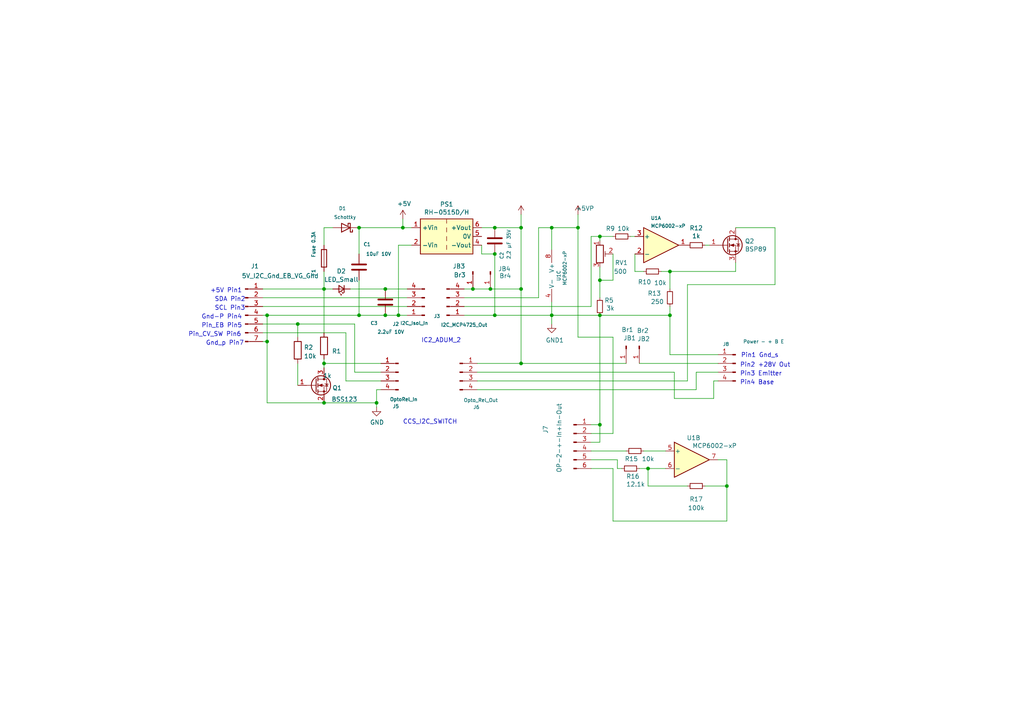
<source format=kicad_sch>
(kicad_sch
	(version 20231120)
	(generator "eeschema")
	(generator_version "8.0")
	(uuid "4100db7a-9230-4f32-874f-cc5db8c21215")
	(paper "A4")
	(lib_symbols
		(symbol "Amplifier_Operational:MCP6002-xP"
			(pin_names
				(offset 0.127)
			)
			(exclude_from_sim no)
			(in_bom yes)
			(on_board yes)
			(property "Reference" "U"
				(at 0 5.08 0)
				(effects
					(font
						(size 1.27 1.27)
					)
					(justify left)
				)
			)
			(property "Value" "MCP6002-xP"
				(at 0 -5.08 0)
				(effects
					(font
						(size 1.27 1.27)
					)
					(justify left)
				)
			)
			(property "Footprint" ""
				(at 0 0 0)
				(effects
					(font
						(size 1.27 1.27)
					)
					(hide yes)
				)
			)
			(property "Datasheet" "http://ww1.microchip.com/downloads/en/DeviceDoc/21733j.pdf"
				(at 0 0 0)
				(effects
					(font
						(size 1.27 1.27)
					)
					(hide yes)
				)
			)
			(property "Description" "1MHz, Low-Power Op Amp, DIP-8"
				(at 0 0 0)
				(effects
					(font
						(size 1.27 1.27)
					)
					(hide yes)
				)
			)
			(property "ki_locked" ""
				(at 0 0 0)
				(effects
					(font
						(size 1.27 1.27)
					)
				)
			)
			(property "ki_keywords" "dual opamp"
				(at 0 0 0)
				(effects
					(font
						(size 1.27 1.27)
					)
					(hide yes)
				)
			)
			(property "ki_fp_filters" "SOIC*3.9x4.9mm*P1.27mm* DIP*W7.62mm* TO*99* OnSemi*Micro8* TSSOP*3x3mm*P0.65mm* TSSOP*4.4x3mm*P0.65mm* MSOP*3x3mm*P0.65mm* SSOP*3.9x4.9mm*P0.635mm* LFCSP*2x2mm*P0.5mm* *SIP* SOIC*5.3x6.2mm*P1.27mm*"
				(at 0 0 0)
				(effects
					(font
						(size 1.27 1.27)
					)
					(hide yes)
				)
			)
			(symbol "MCP6002-xP_1_1"
				(polyline
					(pts
						(xy -5.08 5.08) (xy 5.08 0) (xy -5.08 -5.08) (xy -5.08 5.08)
					)
					(stroke
						(width 0.254)
						(type default)
					)
					(fill
						(type background)
					)
				)
				(pin output line
					(at 7.62 0 180)
					(length 2.54)
					(name "~"
						(effects
							(font
								(size 1.27 1.27)
							)
						)
					)
					(number "1"
						(effects
							(font
								(size 1.27 1.27)
							)
						)
					)
				)
				(pin input line
					(at -7.62 -2.54 0)
					(length 2.54)
					(name "-"
						(effects
							(font
								(size 1.27 1.27)
							)
						)
					)
					(number "2"
						(effects
							(font
								(size 1.27 1.27)
							)
						)
					)
				)
				(pin input line
					(at -7.62 2.54 0)
					(length 2.54)
					(name "+"
						(effects
							(font
								(size 1.27 1.27)
							)
						)
					)
					(number "3"
						(effects
							(font
								(size 1.27 1.27)
							)
						)
					)
				)
			)
			(symbol "MCP6002-xP_2_1"
				(polyline
					(pts
						(xy -5.08 5.08) (xy 5.08 0) (xy -5.08 -5.08) (xy -5.08 5.08)
					)
					(stroke
						(width 0.254)
						(type default)
					)
					(fill
						(type background)
					)
				)
				(pin input line
					(at -7.62 2.54 0)
					(length 2.54)
					(name "+"
						(effects
							(font
								(size 1.27 1.27)
							)
						)
					)
					(number "5"
						(effects
							(font
								(size 1.27 1.27)
							)
						)
					)
				)
				(pin input line
					(at -7.62 -2.54 0)
					(length 2.54)
					(name "-"
						(effects
							(font
								(size 1.27 1.27)
							)
						)
					)
					(number "6"
						(effects
							(font
								(size 1.27 1.27)
							)
						)
					)
				)
				(pin output line
					(at 7.62 0 180)
					(length 2.54)
					(name "~"
						(effects
							(font
								(size 1.27 1.27)
							)
						)
					)
					(number "7"
						(effects
							(font
								(size 1.27 1.27)
							)
						)
					)
				)
			)
			(symbol "MCP6002-xP_3_1"
				(pin power_in line
					(at -2.54 -7.62 90)
					(length 3.81)
					(name "V-"
						(effects
							(font
								(size 1.27 1.27)
							)
						)
					)
					(number "4"
						(effects
							(font
								(size 1.27 1.27)
							)
						)
					)
				)
				(pin power_in line
					(at -2.54 7.62 270)
					(length 3.81)
					(name "V+"
						(effects
							(font
								(size 1.27 1.27)
							)
						)
					)
					(number "8"
						(effects
							(font
								(size 1.27 1.27)
							)
						)
					)
				)
			)
		)
		(symbol "Connector:Conn_01x01_Male"
			(pin_names
				(offset 1.016) hide)
			(exclude_from_sim no)
			(in_bom yes)
			(on_board yes)
			(property "Reference" "J"
				(at 0 2.54 0)
				(effects
					(font
						(size 1.27 1.27)
					)
				)
			)
			(property "Value" "Conn_01x01_Male"
				(at 0 -2.54 0)
				(effects
					(font
						(size 1.27 1.27)
					)
				)
			)
			(property "Footprint" ""
				(at 0 0 0)
				(effects
					(font
						(size 1.27 1.27)
					)
					(hide yes)
				)
			)
			(property "Datasheet" "~"
				(at 0 0 0)
				(effects
					(font
						(size 1.27 1.27)
					)
					(hide yes)
				)
			)
			(property "Description" "Generic connector, single row, 01x01, script generated (kicad-library-utils/schlib/autogen/connector/)"
				(at 0 0 0)
				(effects
					(font
						(size 1.27 1.27)
					)
					(hide yes)
				)
			)
			(property "ki_keywords" "connector"
				(at 0 0 0)
				(effects
					(font
						(size 1.27 1.27)
					)
					(hide yes)
				)
			)
			(property "ki_fp_filters" "Connector*:*"
				(at 0 0 0)
				(effects
					(font
						(size 1.27 1.27)
					)
					(hide yes)
				)
			)
			(symbol "Conn_01x01_Male_1_1"
				(polyline
					(pts
						(xy 1.27 0) (xy 0.8636 0)
					)
					(stroke
						(width 0.1524)
						(type default)
					)
					(fill
						(type none)
					)
				)
				(rectangle
					(start 0.8636 0.127)
					(end 0 -0.127)
					(stroke
						(width 0.1524)
						(type default)
					)
					(fill
						(type outline)
					)
				)
				(pin passive line
					(at 5.08 0 180)
					(length 3.81)
					(name "Pin_1"
						(effects
							(font
								(size 1.27 1.27)
							)
						)
					)
					(number "1"
						(effects
							(font
								(size 1.27 1.27)
							)
						)
					)
				)
			)
		)
		(symbol "Connector:Conn_01x04_Male"
			(pin_names
				(offset 1.016) hide)
			(exclude_from_sim no)
			(in_bom yes)
			(on_board yes)
			(property "Reference" "J"
				(at 0 5.08 0)
				(effects
					(font
						(size 1.27 1.27)
					)
				)
			)
			(property "Value" "Conn_01x04_Male"
				(at 0 -7.62 0)
				(effects
					(font
						(size 1.27 1.27)
					)
				)
			)
			(property "Footprint" ""
				(at 0 0 0)
				(effects
					(font
						(size 1.27 1.27)
					)
					(hide yes)
				)
			)
			(property "Datasheet" "~"
				(at 0 0 0)
				(effects
					(font
						(size 1.27 1.27)
					)
					(hide yes)
				)
			)
			(property "Description" "Generic connector, single row, 01x04, script generated (kicad-library-utils/schlib/autogen/connector/)"
				(at 0 0 0)
				(effects
					(font
						(size 1.27 1.27)
					)
					(hide yes)
				)
			)
			(property "ki_keywords" "connector"
				(at 0 0 0)
				(effects
					(font
						(size 1.27 1.27)
					)
					(hide yes)
				)
			)
			(property "ki_fp_filters" "Connector*:*_1x??_*"
				(at 0 0 0)
				(effects
					(font
						(size 1.27 1.27)
					)
					(hide yes)
				)
			)
			(symbol "Conn_01x04_Male_1_1"
				(polyline
					(pts
						(xy 1.27 -5.08) (xy 0.8636 -5.08)
					)
					(stroke
						(width 0.1524)
						(type default)
					)
					(fill
						(type none)
					)
				)
				(polyline
					(pts
						(xy 1.27 -2.54) (xy 0.8636 -2.54)
					)
					(stroke
						(width 0.1524)
						(type default)
					)
					(fill
						(type none)
					)
				)
				(polyline
					(pts
						(xy 1.27 0) (xy 0.8636 0)
					)
					(stroke
						(width 0.1524)
						(type default)
					)
					(fill
						(type none)
					)
				)
				(polyline
					(pts
						(xy 1.27 2.54) (xy 0.8636 2.54)
					)
					(stroke
						(width 0.1524)
						(type default)
					)
					(fill
						(type none)
					)
				)
				(rectangle
					(start 0.8636 -4.953)
					(end 0 -5.207)
					(stroke
						(width 0.1524)
						(type default)
					)
					(fill
						(type outline)
					)
				)
				(rectangle
					(start 0.8636 -2.413)
					(end 0 -2.667)
					(stroke
						(width 0.1524)
						(type default)
					)
					(fill
						(type outline)
					)
				)
				(rectangle
					(start 0.8636 0.127)
					(end 0 -0.127)
					(stroke
						(width 0.1524)
						(type default)
					)
					(fill
						(type outline)
					)
				)
				(rectangle
					(start 0.8636 2.667)
					(end 0 2.413)
					(stroke
						(width 0.1524)
						(type default)
					)
					(fill
						(type outline)
					)
				)
				(pin passive line
					(at 5.08 2.54 180)
					(length 3.81)
					(name "Pin_1"
						(effects
							(font
								(size 1.27 1.27)
							)
						)
					)
					(number "1"
						(effects
							(font
								(size 1.27 1.27)
							)
						)
					)
				)
				(pin passive line
					(at 5.08 0 180)
					(length 3.81)
					(name "Pin_2"
						(effects
							(font
								(size 1.27 1.27)
							)
						)
					)
					(number "2"
						(effects
							(font
								(size 1.27 1.27)
							)
						)
					)
				)
				(pin passive line
					(at 5.08 -2.54 180)
					(length 3.81)
					(name "Pin_3"
						(effects
							(font
								(size 1.27 1.27)
							)
						)
					)
					(number "3"
						(effects
							(font
								(size 1.27 1.27)
							)
						)
					)
				)
				(pin passive line
					(at 5.08 -5.08 180)
					(length 3.81)
					(name "Pin_4"
						(effects
							(font
								(size 1.27 1.27)
							)
						)
					)
					(number "4"
						(effects
							(font
								(size 1.27 1.27)
							)
						)
					)
				)
			)
		)
		(symbol "Connector:Conn_01x06_Male"
			(pin_names
				(offset 1.016) hide)
			(exclude_from_sim no)
			(in_bom yes)
			(on_board yes)
			(property "Reference" "J"
				(at 0 7.62 0)
				(effects
					(font
						(size 1.27 1.27)
					)
				)
			)
			(property "Value" "Conn_01x06_Male"
				(at 0 -10.16 0)
				(effects
					(font
						(size 1.27 1.27)
					)
				)
			)
			(property "Footprint" ""
				(at 0 0 0)
				(effects
					(font
						(size 1.27 1.27)
					)
					(hide yes)
				)
			)
			(property "Datasheet" "~"
				(at 0 0 0)
				(effects
					(font
						(size 1.27 1.27)
					)
					(hide yes)
				)
			)
			(property "Description" "Generic connector, single row, 01x06, script generated (kicad-library-utils/schlib/autogen/connector/)"
				(at 0 0 0)
				(effects
					(font
						(size 1.27 1.27)
					)
					(hide yes)
				)
			)
			(property "ki_keywords" "connector"
				(at 0 0 0)
				(effects
					(font
						(size 1.27 1.27)
					)
					(hide yes)
				)
			)
			(property "ki_fp_filters" "Connector*:*_1x??_*"
				(at 0 0 0)
				(effects
					(font
						(size 1.27 1.27)
					)
					(hide yes)
				)
			)
			(symbol "Conn_01x06_Male_1_1"
				(polyline
					(pts
						(xy 1.27 -7.62) (xy 0.8636 -7.62)
					)
					(stroke
						(width 0.1524)
						(type default)
					)
					(fill
						(type none)
					)
				)
				(polyline
					(pts
						(xy 1.27 -5.08) (xy 0.8636 -5.08)
					)
					(stroke
						(width 0.1524)
						(type default)
					)
					(fill
						(type none)
					)
				)
				(polyline
					(pts
						(xy 1.27 -2.54) (xy 0.8636 -2.54)
					)
					(stroke
						(width 0.1524)
						(type default)
					)
					(fill
						(type none)
					)
				)
				(polyline
					(pts
						(xy 1.27 0) (xy 0.8636 0)
					)
					(stroke
						(width 0.1524)
						(type default)
					)
					(fill
						(type none)
					)
				)
				(polyline
					(pts
						(xy 1.27 2.54) (xy 0.8636 2.54)
					)
					(stroke
						(width 0.1524)
						(type default)
					)
					(fill
						(type none)
					)
				)
				(polyline
					(pts
						(xy 1.27 5.08) (xy 0.8636 5.08)
					)
					(stroke
						(width 0.1524)
						(type default)
					)
					(fill
						(type none)
					)
				)
				(rectangle
					(start 0.8636 -7.493)
					(end 0 -7.747)
					(stroke
						(width 0.1524)
						(type default)
					)
					(fill
						(type outline)
					)
				)
				(rectangle
					(start 0.8636 -4.953)
					(end 0 -5.207)
					(stroke
						(width 0.1524)
						(type default)
					)
					(fill
						(type outline)
					)
				)
				(rectangle
					(start 0.8636 -2.413)
					(end 0 -2.667)
					(stroke
						(width 0.1524)
						(type default)
					)
					(fill
						(type outline)
					)
				)
				(rectangle
					(start 0.8636 0.127)
					(end 0 -0.127)
					(stroke
						(width 0.1524)
						(type default)
					)
					(fill
						(type outline)
					)
				)
				(rectangle
					(start 0.8636 2.667)
					(end 0 2.413)
					(stroke
						(width 0.1524)
						(type default)
					)
					(fill
						(type outline)
					)
				)
				(rectangle
					(start 0.8636 5.207)
					(end 0 4.953)
					(stroke
						(width 0.1524)
						(type default)
					)
					(fill
						(type outline)
					)
				)
				(pin passive line
					(at 5.08 5.08 180)
					(length 3.81)
					(name "Pin_1"
						(effects
							(font
								(size 1.27 1.27)
							)
						)
					)
					(number "1"
						(effects
							(font
								(size 1.27 1.27)
							)
						)
					)
				)
				(pin passive line
					(at 5.08 2.54 180)
					(length 3.81)
					(name "Pin_2"
						(effects
							(font
								(size 1.27 1.27)
							)
						)
					)
					(number "2"
						(effects
							(font
								(size 1.27 1.27)
							)
						)
					)
				)
				(pin passive line
					(at 5.08 0 180)
					(length 3.81)
					(name "Pin_3"
						(effects
							(font
								(size 1.27 1.27)
							)
						)
					)
					(number "3"
						(effects
							(font
								(size 1.27 1.27)
							)
						)
					)
				)
				(pin passive line
					(at 5.08 -2.54 180)
					(length 3.81)
					(name "Pin_4"
						(effects
							(font
								(size 1.27 1.27)
							)
						)
					)
					(number "4"
						(effects
							(font
								(size 1.27 1.27)
							)
						)
					)
				)
				(pin passive line
					(at 5.08 -5.08 180)
					(length 3.81)
					(name "Pin_5"
						(effects
							(font
								(size 1.27 1.27)
							)
						)
					)
					(number "5"
						(effects
							(font
								(size 1.27 1.27)
							)
						)
					)
				)
				(pin passive line
					(at 5.08 -7.62 180)
					(length 3.81)
					(name "Pin_6"
						(effects
							(font
								(size 1.27 1.27)
							)
						)
					)
					(number "6"
						(effects
							(font
								(size 1.27 1.27)
							)
						)
					)
				)
			)
		)
		(symbol "Connector:Conn_01x07_Male"
			(pin_names
				(offset 1.016) hide)
			(exclude_from_sim no)
			(in_bom yes)
			(on_board yes)
			(property "Reference" "J"
				(at 0 10.16 0)
				(effects
					(font
						(size 1.27 1.27)
					)
				)
			)
			(property "Value" "Conn_01x07_Male"
				(at 0 -10.16 0)
				(effects
					(font
						(size 1.27 1.27)
					)
				)
			)
			(property "Footprint" ""
				(at 0 0 0)
				(effects
					(font
						(size 1.27 1.27)
					)
					(hide yes)
				)
			)
			(property "Datasheet" "~"
				(at 0 0 0)
				(effects
					(font
						(size 1.27 1.27)
					)
					(hide yes)
				)
			)
			(property "Description" "Generic connector, single row, 01x07, script generated (kicad-library-utils/schlib/autogen/connector/)"
				(at 0 0 0)
				(effects
					(font
						(size 1.27 1.27)
					)
					(hide yes)
				)
			)
			(property "ki_keywords" "connector"
				(at 0 0 0)
				(effects
					(font
						(size 1.27 1.27)
					)
					(hide yes)
				)
			)
			(property "ki_fp_filters" "Connector*:*_1x??_*"
				(at 0 0 0)
				(effects
					(font
						(size 1.27 1.27)
					)
					(hide yes)
				)
			)
			(symbol "Conn_01x07_Male_1_1"
				(polyline
					(pts
						(xy 1.27 -7.62) (xy 0.8636 -7.62)
					)
					(stroke
						(width 0.1524)
						(type default)
					)
					(fill
						(type none)
					)
				)
				(polyline
					(pts
						(xy 1.27 -5.08) (xy 0.8636 -5.08)
					)
					(stroke
						(width 0.1524)
						(type default)
					)
					(fill
						(type none)
					)
				)
				(polyline
					(pts
						(xy 1.27 -2.54) (xy 0.8636 -2.54)
					)
					(stroke
						(width 0.1524)
						(type default)
					)
					(fill
						(type none)
					)
				)
				(polyline
					(pts
						(xy 1.27 0) (xy 0.8636 0)
					)
					(stroke
						(width 0.1524)
						(type default)
					)
					(fill
						(type none)
					)
				)
				(polyline
					(pts
						(xy 1.27 2.54) (xy 0.8636 2.54)
					)
					(stroke
						(width 0.1524)
						(type default)
					)
					(fill
						(type none)
					)
				)
				(polyline
					(pts
						(xy 1.27 5.08) (xy 0.8636 5.08)
					)
					(stroke
						(width 0.1524)
						(type default)
					)
					(fill
						(type none)
					)
				)
				(polyline
					(pts
						(xy 1.27 7.62) (xy 0.8636 7.62)
					)
					(stroke
						(width 0.1524)
						(type default)
					)
					(fill
						(type none)
					)
				)
				(rectangle
					(start 0.8636 -7.493)
					(end 0 -7.747)
					(stroke
						(width 0.1524)
						(type default)
					)
					(fill
						(type outline)
					)
				)
				(rectangle
					(start 0.8636 -4.953)
					(end 0 -5.207)
					(stroke
						(width 0.1524)
						(type default)
					)
					(fill
						(type outline)
					)
				)
				(rectangle
					(start 0.8636 -2.413)
					(end 0 -2.667)
					(stroke
						(width 0.1524)
						(type default)
					)
					(fill
						(type outline)
					)
				)
				(rectangle
					(start 0.8636 0.127)
					(end 0 -0.127)
					(stroke
						(width 0.1524)
						(type default)
					)
					(fill
						(type outline)
					)
				)
				(rectangle
					(start 0.8636 2.667)
					(end 0 2.413)
					(stroke
						(width 0.1524)
						(type default)
					)
					(fill
						(type outline)
					)
				)
				(rectangle
					(start 0.8636 5.207)
					(end 0 4.953)
					(stroke
						(width 0.1524)
						(type default)
					)
					(fill
						(type outline)
					)
				)
				(rectangle
					(start 0.8636 7.747)
					(end 0 7.493)
					(stroke
						(width 0.1524)
						(type default)
					)
					(fill
						(type outline)
					)
				)
				(pin passive line
					(at 5.08 7.62 180)
					(length 3.81)
					(name "Pin_1"
						(effects
							(font
								(size 1.27 1.27)
							)
						)
					)
					(number "1"
						(effects
							(font
								(size 1.27 1.27)
							)
						)
					)
				)
				(pin passive line
					(at 5.08 5.08 180)
					(length 3.81)
					(name "Pin_2"
						(effects
							(font
								(size 1.27 1.27)
							)
						)
					)
					(number "2"
						(effects
							(font
								(size 1.27 1.27)
							)
						)
					)
				)
				(pin passive line
					(at 5.08 2.54 180)
					(length 3.81)
					(name "Pin_3"
						(effects
							(font
								(size 1.27 1.27)
							)
						)
					)
					(number "3"
						(effects
							(font
								(size 1.27 1.27)
							)
						)
					)
				)
				(pin passive line
					(at 5.08 0 180)
					(length 3.81)
					(name "Pin_4"
						(effects
							(font
								(size 1.27 1.27)
							)
						)
					)
					(number "4"
						(effects
							(font
								(size 1.27 1.27)
							)
						)
					)
				)
				(pin passive line
					(at 5.08 -2.54 180)
					(length 3.81)
					(name "Pin_5"
						(effects
							(font
								(size 1.27 1.27)
							)
						)
					)
					(number "5"
						(effects
							(font
								(size 1.27 1.27)
							)
						)
					)
				)
				(pin passive line
					(at 5.08 -5.08 180)
					(length 3.81)
					(name "Pin_6"
						(effects
							(font
								(size 1.27 1.27)
							)
						)
					)
					(number "6"
						(effects
							(font
								(size 1.27 1.27)
							)
						)
					)
				)
				(pin passive line
					(at 5.08 -7.62 180)
					(length 3.81)
					(name "Pin_7"
						(effects
							(font
								(size 1.27 1.27)
							)
						)
					)
					(number "7"
						(effects
							(font
								(size 1.27 1.27)
							)
						)
					)
				)
			)
		)
		(symbol "Converter_DCDC:IA0515S"
			(exclude_from_sim no)
			(in_bom yes)
			(on_board yes)
			(property "Reference" "PS"
				(at -7.62 6.35 0)
				(effects
					(font
						(size 1.27 1.27)
					)
					(justify left)
				)
			)
			(property "Value" "IA0515S"
				(at 1.27 6.35 0)
				(effects
					(font
						(size 1.27 1.27)
					)
					(justify left)
				)
			)
			(property "Footprint" "Converter_DCDC:Converter_DCDC_XP_POWER-IAxxxxS_THT"
				(at -26.67 -6.35 0)
				(effects
					(font
						(size 1.27 1.27)
					)
					(justify left)
					(hide yes)
				)
			)
			(property "Datasheet" "https://www.xppower.com/pdfs/SF_IA.pdf"
				(at 26.67 -7.62 0)
				(effects
					(font
						(size 1.27 1.27)
					)
					(justify left)
					(hide yes)
				)
			)
			(property "Description" "XP Power 1W, 1000 VDC Isolated DC/DC Converter Module, Dual Output Voltage ±15V, ±33mA, 5V Input Voltage, SIP"
				(at 0 0 0)
				(effects
					(font
						(size 1.27 1.27)
					)
					(hide yes)
				)
			)
			(property "ki_keywords" "XP_POWER DC/DC isolated Converter module"
				(at 0 0 0)
				(effects
					(font
						(size 1.27 1.27)
					)
					(hide yes)
				)
			)
			(property "ki_fp_filters" "*XP?POWER?IAxxxxS*"
				(at 0 0 0)
				(effects
					(font
						(size 1.27 1.27)
					)
					(hide yes)
				)
			)
			(symbol "IA0515S_0_0"
				(pin power_in line
					(at -10.16 2.54 0)
					(length 2.54)
					(name "+Vin"
						(effects
							(font
								(size 1.27 1.27)
							)
						)
					)
					(number "1"
						(effects
							(font
								(size 1.27 1.27)
							)
						)
					)
				)
				(pin power_in line
					(at -10.16 -2.54 0)
					(length 2.54)
					(name "-Vin"
						(effects
							(font
								(size 1.27 1.27)
							)
						)
					)
					(number "2"
						(effects
							(font
								(size 1.27 1.27)
							)
						)
					)
				)
				(pin power_out line
					(at 10.16 -2.54 180)
					(length 2.54)
					(name "-Vout"
						(effects
							(font
								(size 1.27 1.27)
							)
						)
					)
					(number "4"
						(effects
							(font
								(size 1.27 1.27)
							)
						)
					)
				)
				(pin power_out line
					(at 10.16 0 180)
					(length 2.54)
					(name "0V"
						(effects
							(font
								(size 1.27 1.27)
							)
						)
					)
					(number "5"
						(effects
							(font
								(size 1.27 1.27)
							)
						)
					)
				)
				(pin power_out line
					(at 10.16 2.54 180)
					(length 2.54)
					(name "+Vout"
						(effects
							(font
								(size 1.27 1.27)
							)
						)
					)
					(number "6"
						(effects
							(font
								(size 1.27 1.27)
							)
						)
					)
				)
			)
			(symbol "IA0515S_0_1"
				(rectangle
					(start -7.62 5.08)
					(end 7.62 -5.08)
					(stroke
						(width 0.254)
						(type default)
					)
					(fill
						(type background)
					)
				)
				(polyline
					(pts
						(xy 0 -2.54) (xy 0 -3.81)
					)
					(stroke
						(width 0)
						(type default)
					)
					(fill
						(type none)
					)
				)
				(polyline
					(pts
						(xy 0 0) (xy 0 -1.27)
					)
					(stroke
						(width 0)
						(type default)
					)
					(fill
						(type none)
					)
				)
				(polyline
					(pts
						(xy 0 2.54) (xy 0 1.27)
					)
					(stroke
						(width 0)
						(type default)
					)
					(fill
						(type none)
					)
				)
				(polyline
					(pts
						(xy 0 5.08) (xy 0 3.81)
					)
					(stroke
						(width 0)
						(type default)
					)
					(fill
						(type none)
					)
				)
			)
		)
		(symbol "Device:C"
			(pin_numbers hide)
			(pin_names
				(offset 0.254)
			)
			(exclude_from_sim no)
			(in_bom yes)
			(on_board yes)
			(property "Reference" "C"
				(at 0.635 2.54 0)
				(effects
					(font
						(size 1.27 1.27)
					)
					(justify left)
				)
			)
			(property "Value" "C"
				(at 0.635 -2.54 0)
				(effects
					(font
						(size 1.27 1.27)
					)
					(justify left)
				)
			)
			(property "Footprint" ""
				(at 0.9652 -3.81 0)
				(effects
					(font
						(size 1.27 1.27)
					)
					(hide yes)
				)
			)
			(property "Datasheet" "~"
				(at 0 0 0)
				(effects
					(font
						(size 1.27 1.27)
					)
					(hide yes)
				)
			)
			(property "Description" "Unpolarized capacitor"
				(at 0 0 0)
				(effects
					(font
						(size 1.27 1.27)
					)
					(hide yes)
				)
			)
			(property "ki_keywords" "cap capacitor"
				(at 0 0 0)
				(effects
					(font
						(size 1.27 1.27)
					)
					(hide yes)
				)
			)
			(property "ki_fp_filters" "C_*"
				(at 0 0 0)
				(effects
					(font
						(size 1.27 1.27)
					)
					(hide yes)
				)
			)
			(symbol "C_0_1"
				(polyline
					(pts
						(xy -2.032 -0.762) (xy 2.032 -0.762)
					)
					(stroke
						(width 0.508)
						(type default)
					)
					(fill
						(type none)
					)
				)
				(polyline
					(pts
						(xy -2.032 0.762) (xy 2.032 0.762)
					)
					(stroke
						(width 0.508)
						(type default)
					)
					(fill
						(type none)
					)
				)
			)
			(symbol "C_1_1"
				(pin passive line
					(at 0 3.81 270)
					(length 2.794)
					(name "~"
						(effects
							(font
								(size 1.27 1.27)
							)
						)
					)
					(number "1"
						(effects
							(font
								(size 1.27 1.27)
							)
						)
					)
				)
				(pin passive line
					(at 0 -3.81 90)
					(length 2.794)
					(name "~"
						(effects
							(font
								(size 1.27 1.27)
							)
						)
					)
					(number "2"
						(effects
							(font
								(size 1.27 1.27)
							)
						)
					)
				)
			)
		)
		(symbol "Device:D_Schottky"
			(pin_numbers hide)
			(pin_names
				(offset 1.016) hide)
			(exclude_from_sim no)
			(in_bom yes)
			(on_board yes)
			(property "Reference" "D"
				(at 0 2.54 0)
				(effects
					(font
						(size 1.27 1.27)
					)
				)
			)
			(property "Value" "D_Schottky"
				(at 0 -2.54 0)
				(effects
					(font
						(size 1.27 1.27)
					)
				)
			)
			(property "Footprint" ""
				(at 0 0 0)
				(effects
					(font
						(size 1.27 1.27)
					)
					(hide yes)
				)
			)
			(property "Datasheet" "~"
				(at 0 0 0)
				(effects
					(font
						(size 1.27 1.27)
					)
					(hide yes)
				)
			)
			(property "Description" "Schottky diode"
				(at 0 0 0)
				(effects
					(font
						(size 1.27 1.27)
					)
					(hide yes)
				)
			)
			(property "ki_keywords" "diode Schottky"
				(at 0 0 0)
				(effects
					(font
						(size 1.27 1.27)
					)
					(hide yes)
				)
			)
			(property "ki_fp_filters" "TO-???* *_Diode_* *SingleDiode* D_*"
				(at 0 0 0)
				(effects
					(font
						(size 1.27 1.27)
					)
					(hide yes)
				)
			)
			(symbol "D_Schottky_0_1"
				(polyline
					(pts
						(xy 1.27 0) (xy -1.27 0)
					)
					(stroke
						(width 0)
						(type default)
					)
					(fill
						(type none)
					)
				)
				(polyline
					(pts
						(xy 1.27 1.27) (xy 1.27 -1.27) (xy -1.27 0) (xy 1.27 1.27)
					)
					(stroke
						(width 0.254)
						(type default)
					)
					(fill
						(type none)
					)
				)
				(polyline
					(pts
						(xy -1.905 0.635) (xy -1.905 1.27) (xy -1.27 1.27) (xy -1.27 -1.27) (xy -0.635 -1.27) (xy -0.635 -0.635)
					)
					(stroke
						(width 0.254)
						(type default)
					)
					(fill
						(type none)
					)
				)
			)
			(symbol "D_Schottky_1_1"
				(pin passive line
					(at -3.81 0 0)
					(length 2.54)
					(name "K"
						(effects
							(font
								(size 1.27 1.27)
							)
						)
					)
					(number "1"
						(effects
							(font
								(size 1.27 1.27)
							)
						)
					)
				)
				(pin passive line
					(at 3.81 0 180)
					(length 2.54)
					(name "A"
						(effects
							(font
								(size 1.27 1.27)
							)
						)
					)
					(number "2"
						(effects
							(font
								(size 1.27 1.27)
							)
						)
					)
				)
			)
		)
		(symbol "Device:Fuse"
			(pin_numbers hide)
			(pin_names
				(offset 0)
			)
			(exclude_from_sim no)
			(in_bom yes)
			(on_board yes)
			(property "Reference" "F"
				(at 2.032 0 90)
				(effects
					(font
						(size 1.27 1.27)
					)
				)
			)
			(property "Value" "Fuse"
				(at -1.905 0 90)
				(effects
					(font
						(size 1.27 1.27)
					)
				)
			)
			(property "Footprint" ""
				(at -1.778 0 90)
				(effects
					(font
						(size 1.27 1.27)
					)
					(hide yes)
				)
			)
			(property "Datasheet" "~"
				(at 0 0 0)
				(effects
					(font
						(size 1.27 1.27)
					)
					(hide yes)
				)
			)
			(property "Description" "Fuse"
				(at 0 0 0)
				(effects
					(font
						(size 1.27 1.27)
					)
					(hide yes)
				)
			)
			(property "ki_keywords" "fuse"
				(at 0 0 0)
				(effects
					(font
						(size 1.27 1.27)
					)
					(hide yes)
				)
			)
			(property "ki_fp_filters" "*Fuse*"
				(at 0 0 0)
				(effects
					(font
						(size 1.27 1.27)
					)
					(hide yes)
				)
			)
			(symbol "Fuse_0_1"
				(rectangle
					(start -0.762 -2.54)
					(end 0.762 2.54)
					(stroke
						(width 0.254)
						(type default)
					)
					(fill
						(type none)
					)
				)
				(polyline
					(pts
						(xy 0 2.54) (xy 0 -2.54)
					)
					(stroke
						(width 0)
						(type default)
					)
					(fill
						(type none)
					)
				)
			)
			(symbol "Fuse_1_1"
				(pin passive line
					(at 0 3.81 270)
					(length 1.27)
					(name "~"
						(effects
							(font
								(size 1.27 1.27)
							)
						)
					)
					(number "1"
						(effects
							(font
								(size 1.27 1.27)
							)
						)
					)
				)
				(pin passive line
					(at 0 -3.81 90)
					(length 1.27)
					(name "~"
						(effects
							(font
								(size 1.27 1.27)
							)
						)
					)
					(number "2"
						(effects
							(font
								(size 1.27 1.27)
							)
						)
					)
				)
			)
		)
		(symbol "Device:LED_Small"
			(pin_numbers hide)
			(pin_names
				(offset 0.254) hide)
			(exclude_from_sim no)
			(in_bom yes)
			(on_board yes)
			(property "Reference" "D"
				(at -1.27 3.175 0)
				(effects
					(font
						(size 1.27 1.27)
					)
					(justify left)
				)
			)
			(property "Value" "LED_Small"
				(at -4.445 -2.54 0)
				(effects
					(font
						(size 1.27 1.27)
					)
					(justify left)
				)
			)
			(property "Footprint" ""
				(at 0 0 90)
				(effects
					(font
						(size 1.27 1.27)
					)
					(hide yes)
				)
			)
			(property "Datasheet" "~"
				(at 0 0 90)
				(effects
					(font
						(size 1.27 1.27)
					)
					(hide yes)
				)
			)
			(property "Description" "Light emitting diode, small symbol"
				(at 0 0 0)
				(effects
					(font
						(size 1.27 1.27)
					)
					(hide yes)
				)
			)
			(property "ki_keywords" "LED diode light-emitting-diode"
				(at 0 0 0)
				(effects
					(font
						(size 1.27 1.27)
					)
					(hide yes)
				)
			)
			(property "ki_fp_filters" "LED* LED_SMD:* LED_THT:*"
				(at 0 0 0)
				(effects
					(font
						(size 1.27 1.27)
					)
					(hide yes)
				)
			)
			(symbol "LED_Small_0_1"
				(polyline
					(pts
						(xy -0.762 -1.016) (xy -0.762 1.016)
					)
					(stroke
						(width 0.254)
						(type default)
					)
					(fill
						(type none)
					)
				)
				(polyline
					(pts
						(xy 1.016 0) (xy -0.762 0)
					)
					(stroke
						(width 0)
						(type default)
					)
					(fill
						(type none)
					)
				)
				(polyline
					(pts
						(xy 0.762 -1.016) (xy -0.762 0) (xy 0.762 1.016) (xy 0.762 -1.016)
					)
					(stroke
						(width 0.254)
						(type default)
					)
					(fill
						(type none)
					)
				)
				(polyline
					(pts
						(xy 0 0.762) (xy -0.508 1.27) (xy -0.254 1.27) (xy -0.508 1.27) (xy -0.508 1.016)
					)
					(stroke
						(width 0)
						(type default)
					)
					(fill
						(type none)
					)
				)
				(polyline
					(pts
						(xy 0.508 1.27) (xy 0 1.778) (xy 0.254 1.778) (xy 0 1.778) (xy 0 1.524)
					)
					(stroke
						(width 0)
						(type default)
					)
					(fill
						(type none)
					)
				)
			)
			(symbol "LED_Small_1_1"
				(pin passive line
					(at -2.54 0 0)
					(length 1.778)
					(name "K"
						(effects
							(font
								(size 1.27 1.27)
							)
						)
					)
					(number "1"
						(effects
							(font
								(size 1.27 1.27)
							)
						)
					)
				)
				(pin passive line
					(at 2.54 0 180)
					(length 1.778)
					(name "A"
						(effects
							(font
								(size 1.27 1.27)
							)
						)
					)
					(number "2"
						(effects
							(font
								(size 1.27 1.27)
							)
						)
					)
				)
			)
		)
		(symbol "Device:R"
			(pin_numbers hide)
			(pin_names
				(offset 0)
			)
			(exclude_from_sim no)
			(in_bom yes)
			(on_board yes)
			(property "Reference" "R"
				(at 2.032 0 90)
				(effects
					(font
						(size 1.27 1.27)
					)
				)
			)
			(property "Value" "R"
				(at 0 0 90)
				(effects
					(font
						(size 1.27 1.27)
					)
				)
			)
			(property "Footprint" ""
				(at -1.778 0 90)
				(effects
					(font
						(size 1.27 1.27)
					)
					(hide yes)
				)
			)
			(property "Datasheet" "~"
				(at 0 0 0)
				(effects
					(font
						(size 1.27 1.27)
					)
					(hide yes)
				)
			)
			(property "Description" "Resistor"
				(at 0 0 0)
				(effects
					(font
						(size 1.27 1.27)
					)
					(hide yes)
				)
			)
			(property "ki_keywords" "R res resistor"
				(at 0 0 0)
				(effects
					(font
						(size 1.27 1.27)
					)
					(hide yes)
				)
			)
			(property "ki_fp_filters" "R_*"
				(at 0 0 0)
				(effects
					(font
						(size 1.27 1.27)
					)
					(hide yes)
				)
			)
			(symbol "R_0_1"
				(rectangle
					(start -1.016 -2.54)
					(end 1.016 2.54)
					(stroke
						(width 0.254)
						(type default)
					)
					(fill
						(type none)
					)
				)
			)
			(symbol "R_1_1"
				(pin passive line
					(at 0 3.81 270)
					(length 1.27)
					(name "~"
						(effects
							(font
								(size 1.27 1.27)
							)
						)
					)
					(number "1"
						(effects
							(font
								(size 1.27 1.27)
							)
						)
					)
				)
				(pin passive line
					(at 0 -3.81 90)
					(length 1.27)
					(name "~"
						(effects
							(font
								(size 1.27 1.27)
							)
						)
					)
					(number "2"
						(effects
							(font
								(size 1.27 1.27)
							)
						)
					)
				)
			)
		)
		(symbol "Device:R_Potentiometer_Trim"
			(pin_names
				(offset 1.016) hide)
			(exclude_from_sim no)
			(in_bom yes)
			(on_board yes)
			(property "Reference" "RV"
				(at -4.445 0 90)
				(effects
					(font
						(size 1.27 1.27)
					)
				)
			)
			(property "Value" "R_Potentiometer_Trim"
				(at -2.54 0 90)
				(effects
					(font
						(size 1.27 1.27)
					)
				)
			)
			(property "Footprint" ""
				(at 0 0 0)
				(effects
					(font
						(size 1.27 1.27)
					)
					(hide yes)
				)
			)
			(property "Datasheet" "~"
				(at 0 0 0)
				(effects
					(font
						(size 1.27 1.27)
					)
					(hide yes)
				)
			)
			(property "Description" "Trim-potentiometer"
				(at 0 0 0)
				(effects
					(font
						(size 1.27 1.27)
					)
					(hide yes)
				)
			)
			(property "ki_keywords" "resistor variable trimpot trimmer"
				(at 0 0 0)
				(effects
					(font
						(size 1.27 1.27)
					)
					(hide yes)
				)
			)
			(property "ki_fp_filters" "Potentiometer*"
				(at 0 0 0)
				(effects
					(font
						(size 1.27 1.27)
					)
					(hide yes)
				)
			)
			(symbol "R_Potentiometer_Trim_0_1"
				(polyline
					(pts
						(xy 1.524 0.762) (xy 1.524 -0.762)
					)
					(stroke
						(width 0)
						(type default)
					)
					(fill
						(type none)
					)
				)
				(polyline
					(pts
						(xy 2.54 0) (xy 1.524 0)
					)
					(stroke
						(width 0)
						(type default)
					)
					(fill
						(type none)
					)
				)
				(rectangle
					(start 1.016 2.54)
					(end -1.016 -2.54)
					(stroke
						(width 0.254)
						(type default)
					)
					(fill
						(type none)
					)
				)
			)
			(symbol "R_Potentiometer_Trim_1_1"
				(pin passive line
					(at 0 3.81 270)
					(length 1.27)
					(name "1"
						(effects
							(font
								(size 1.27 1.27)
							)
						)
					)
					(number "1"
						(effects
							(font
								(size 1.27 1.27)
							)
						)
					)
				)
				(pin passive line
					(at 3.81 0 180)
					(length 1.27)
					(name "2"
						(effects
							(font
								(size 1.27 1.27)
							)
						)
					)
					(number "2"
						(effects
							(font
								(size 1.27 1.27)
							)
						)
					)
				)
				(pin passive line
					(at 0 -3.81 90)
					(length 1.27)
					(name "3"
						(effects
							(font
								(size 1.27 1.27)
							)
						)
					)
					(number "3"
						(effects
							(font
								(size 1.27 1.27)
							)
						)
					)
				)
			)
		)
		(symbol "Device:R_Small"
			(pin_numbers hide)
			(pin_names
				(offset 0.254) hide)
			(exclude_from_sim no)
			(in_bom yes)
			(on_board yes)
			(property "Reference" "R"
				(at 0.762 0.508 0)
				(effects
					(font
						(size 1.27 1.27)
					)
					(justify left)
				)
			)
			(property "Value" "R_Small"
				(at 0.762 -1.016 0)
				(effects
					(font
						(size 1.27 1.27)
					)
					(justify left)
				)
			)
			(property "Footprint" ""
				(at 0 0 0)
				(effects
					(font
						(size 1.27 1.27)
					)
					(hide yes)
				)
			)
			(property "Datasheet" "~"
				(at 0 0 0)
				(effects
					(font
						(size 1.27 1.27)
					)
					(hide yes)
				)
			)
			(property "Description" "Resistor, small symbol"
				(at 0 0 0)
				(effects
					(font
						(size 1.27 1.27)
					)
					(hide yes)
				)
			)
			(property "ki_keywords" "R resistor"
				(at 0 0 0)
				(effects
					(font
						(size 1.27 1.27)
					)
					(hide yes)
				)
			)
			(property "ki_fp_filters" "R_*"
				(at 0 0 0)
				(effects
					(font
						(size 1.27 1.27)
					)
					(hide yes)
				)
			)
			(symbol "R_Small_0_1"
				(rectangle
					(start -0.762 1.778)
					(end 0.762 -1.778)
					(stroke
						(width 0.2032)
						(type default)
					)
					(fill
						(type none)
					)
				)
			)
			(symbol "R_Small_1_1"
				(pin passive line
					(at 0 2.54 270)
					(length 0.762)
					(name "~"
						(effects
							(font
								(size 1.27 1.27)
							)
						)
					)
					(number "1"
						(effects
							(font
								(size 1.27 1.27)
							)
						)
					)
				)
				(pin passive line
					(at 0 -2.54 90)
					(length 0.762)
					(name "~"
						(effects
							(font
								(size 1.27 1.27)
							)
						)
					)
					(number "2"
						(effects
							(font
								(size 1.27 1.27)
							)
						)
					)
				)
			)
		)
		(symbol "Transistor_FET:BSP89"
			(pin_names hide)
			(exclude_from_sim no)
			(in_bom yes)
			(on_board yes)
			(property "Reference" "Q"
				(at 5.08 1.905 0)
				(effects
					(font
						(size 1.27 1.27)
					)
					(justify left)
				)
			)
			(property "Value" "BSP89"
				(at 5.08 0 0)
				(effects
					(font
						(size 1.27 1.27)
					)
					(justify left)
				)
			)
			(property "Footprint" "Package_TO_SOT_SMD:SOT-223-3_TabPin2"
				(at 5.08 -1.905 0)
				(effects
					(font
						(size 1.27 1.27)
						(italic yes)
					)
					(justify left)
					(hide yes)
				)
			)
			(property "Datasheet" "https://www.infineon.com/dgdl/Infineon-BSP89-DS-v02_02-en.pdf?fileId=db3a30433b47825b013b4b8a07f90d55"
				(at 0 0 0)
				(effects
					(font
						(size 1.27 1.27)
					)
					(justify left)
					(hide yes)
				)
			)
			(property "Description" "0.35A Id, 240V Vds, N-Channel Enhancement Mode MOSFET, SOT-223"
				(at 0 0 0)
				(effects
					(font
						(size 1.27 1.27)
					)
					(hide yes)
				)
			)
			(property "ki_keywords" "N-Channel MOSFET"
				(at 0 0 0)
				(effects
					(font
						(size 1.27 1.27)
					)
					(hide yes)
				)
			)
			(property "ki_fp_filters" "SOT?223*"
				(at 0 0 0)
				(effects
					(font
						(size 1.27 1.27)
					)
					(hide yes)
				)
			)
			(symbol "BSP89_0_1"
				(polyline
					(pts
						(xy 0.254 0) (xy -2.54 0)
					)
					(stroke
						(width 0)
						(type default)
					)
					(fill
						(type none)
					)
				)
				(polyline
					(pts
						(xy 0.254 1.905) (xy 0.254 -1.905)
					)
					(stroke
						(width 0.254)
						(type default)
					)
					(fill
						(type none)
					)
				)
				(polyline
					(pts
						(xy 0.762 -1.27) (xy 0.762 -2.286)
					)
					(stroke
						(width 0.254)
						(type default)
					)
					(fill
						(type none)
					)
				)
				(polyline
					(pts
						(xy 0.762 0.508) (xy 0.762 -0.508)
					)
					(stroke
						(width 0.254)
						(type default)
					)
					(fill
						(type none)
					)
				)
				(polyline
					(pts
						(xy 0.762 2.286) (xy 0.762 1.27)
					)
					(stroke
						(width 0.254)
						(type default)
					)
					(fill
						(type none)
					)
				)
				(polyline
					(pts
						(xy 2.54 2.54) (xy 2.54 1.778)
					)
					(stroke
						(width 0)
						(type default)
					)
					(fill
						(type none)
					)
				)
				(polyline
					(pts
						(xy 2.54 -2.54) (xy 2.54 0) (xy 0.762 0)
					)
					(stroke
						(width 0)
						(type default)
					)
					(fill
						(type none)
					)
				)
				(polyline
					(pts
						(xy 0.762 -1.778) (xy 3.302 -1.778) (xy 3.302 1.778) (xy 0.762 1.778)
					)
					(stroke
						(width 0)
						(type default)
					)
					(fill
						(type none)
					)
				)
				(polyline
					(pts
						(xy 1.016 0) (xy 2.032 0.381) (xy 2.032 -0.381) (xy 1.016 0)
					)
					(stroke
						(width 0)
						(type default)
					)
					(fill
						(type outline)
					)
				)
				(polyline
					(pts
						(xy 2.794 0.508) (xy 2.921 0.381) (xy 3.683 0.381) (xy 3.81 0.254)
					)
					(stroke
						(width 0)
						(type default)
					)
					(fill
						(type none)
					)
				)
				(polyline
					(pts
						(xy 3.302 0.381) (xy 2.921 -0.254) (xy 3.683 -0.254) (xy 3.302 0.381)
					)
					(stroke
						(width 0)
						(type default)
					)
					(fill
						(type none)
					)
				)
				(circle
					(center 1.651 0)
					(radius 2.794)
					(stroke
						(width 0.254)
						(type default)
					)
					(fill
						(type none)
					)
				)
				(circle
					(center 2.54 -1.778)
					(radius 0.254)
					(stroke
						(width 0)
						(type default)
					)
					(fill
						(type outline)
					)
				)
				(circle
					(center 2.54 1.778)
					(radius 0.254)
					(stroke
						(width 0)
						(type default)
					)
					(fill
						(type outline)
					)
				)
			)
			(symbol "BSP89_1_1"
				(pin input line
					(at -5.08 0 0)
					(length 2.54)
					(name "G"
						(effects
							(font
								(size 1.27 1.27)
							)
						)
					)
					(number "1"
						(effects
							(font
								(size 1.27 1.27)
							)
						)
					)
				)
				(pin passive line
					(at 2.54 5.08 270)
					(length 2.54)
					(name "D"
						(effects
							(font
								(size 1.27 1.27)
							)
						)
					)
					(number "2"
						(effects
							(font
								(size 1.27 1.27)
							)
						)
					)
				)
				(pin passive line
					(at 2.54 -5.08 90)
					(length 2.54)
					(name "S"
						(effects
							(font
								(size 1.27 1.27)
							)
						)
					)
					(number "3"
						(effects
							(font
								(size 1.27 1.27)
							)
						)
					)
				)
			)
		)
		(symbol "Transistor_FET:BSS123"
			(pin_names hide)
			(exclude_from_sim no)
			(in_bom yes)
			(on_board yes)
			(property "Reference" "Q"
				(at 5.08 1.905 0)
				(effects
					(font
						(size 1.27 1.27)
					)
					(justify left)
				)
			)
			(property "Value" "BSS123"
				(at 5.08 0 0)
				(effects
					(font
						(size 1.27 1.27)
					)
					(justify left)
				)
			)
			(property "Footprint" "Package_TO_SOT_SMD:SOT-23"
				(at 5.08 -1.905 0)
				(effects
					(font
						(size 1.27 1.27)
						(italic yes)
					)
					(justify left)
					(hide yes)
				)
			)
			(property "Datasheet" "http://www.diodes.com/assets/Datasheets/ds30366.pdf"
				(at 0 0 0)
				(effects
					(font
						(size 1.27 1.27)
					)
					(justify left)
					(hide yes)
				)
			)
			(property "Description" "0.17A Id, 100V Vds, N-Channel MOSFET, SOT-23"
				(at 0 0 0)
				(effects
					(font
						(size 1.27 1.27)
					)
					(hide yes)
				)
			)
			(property "ki_keywords" "N-Channel MOSFET"
				(at 0 0 0)
				(effects
					(font
						(size 1.27 1.27)
					)
					(hide yes)
				)
			)
			(property "ki_fp_filters" "SOT?23*"
				(at 0 0 0)
				(effects
					(font
						(size 1.27 1.27)
					)
					(hide yes)
				)
			)
			(symbol "BSS123_0_1"
				(polyline
					(pts
						(xy 0.254 0) (xy -2.54 0)
					)
					(stroke
						(width 0)
						(type default)
					)
					(fill
						(type none)
					)
				)
				(polyline
					(pts
						(xy 0.254 1.905) (xy 0.254 -1.905)
					)
					(stroke
						(width 0.254)
						(type default)
					)
					(fill
						(type none)
					)
				)
				(polyline
					(pts
						(xy 0.762 -1.27) (xy 0.762 -2.286)
					)
					(stroke
						(width 0.254)
						(type default)
					)
					(fill
						(type none)
					)
				)
				(polyline
					(pts
						(xy 0.762 0.508) (xy 0.762 -0.508)
					)
					(stroke
						(width 0.254)
						(type default)
					)
					(fill
						(type none)
					)
				)
				(polyline
					(pts
						(xy 0.762 2.286) (xy 0.762 1.27)
					)
					(stroke
						(width 0.254)
						(type default)
					)
					(fill
						(type none)
					)
				)
				(polyline
					(pts
						(xy 2.54 2.54) (xy 2.54 1.778)
					)
					(stroke
						(width 0)
						(type default)
					)
					(fill
						(type none)
					)
				)
				(polyline
					(pts
						(xy 2.54 -2.54) (xy 2.54 0) (xy 0.762 0)
					)
					(stroke
						(width 0)
						(type default)
					)
					(fill
						(type none)
					)
				)
				(polyline
					(pts
						(xy 0.762 -1.778) (xy 3.302 -1.778) (xy 3.302 1.778) (xy 0.762 1.778)
					)
					(stroke
						(width 0)
						(type default)
					)
					(fill
						(type none)
					)
				)
				(polyline
					(pts
						(xy 1.016 0) (xy 2.032 0.381) (xy 2.032 -0.381) (xy 1.016 0)
					)
					(stroke
						(width 0)
						(type default)
					)
					(fill
						(type outline)
					)
				)
				(polyline
					(pts
						(xy 2.794 0.508) (xy 2.921 0.381) (xy 3.683 0.381) (xy 3.81 0.254)
					)
					(stroke
						(width 0)
						(type default)
					)
					(fill
						(type none)
					)
				)
				(polyline
					(pts
						(xy 3.302 0.381) (xy 2.921 -0.254) (xy 3.683 -0.254) (xy 3.302 0.381)
					)
					(stroke
						(width 0)
						(type default)
					)
					(fill
						(type none)
					)
				)
				(circle
					(center 1.651 0)
					(radius 2.794)
					(stroke
						(width 0.254)
						(type default)
					)
					(fill
						(type none)
					)
				)
				(circle
					(center 2.54 -1.778)
					(radius 0.254)
					(stroke
						(width 0)
						(type default)
					)
					(fill
						(type outline)
					)
				)
				(circle
					(center 2.54 1.778)
					(radius 0.254)
					(stroke
						(width 0)
						(type default)
					)
					(fill
						(type outline)
					)
				)
			)
			(symbol "BSS123_1_1"
				(pin input line
					(at -5.08 0 0)
					(length 2.54)
					(name "G"
						(effects
							(font
								(size 1.27 1.27)
							)
						)
					)
					(number "1"
						(effects
							(font
								(size 1.27 1.27)
							)
						)
					)
				)
				(pin passive line
					(at 2.54 -5.08 90)
					(length 2.54)
					(name "S"
						(effects
							(font
								(size 1.27 1.27)
							)
						)
					)
					(number "2"
						(effects
							(font
								(size 1.27 1.27)
							)
						)
					)
				)
				(pin passive line
					(at 2.54 5.08 270)
					(length 2.54)
					(name "D"
						(effects
							(font
								(size 1.27 1.27)
							)
						)
					)
					(number "3"
						(effects
							(font
								(size 1.27 1.27)
							)
						)
					)
				)
			)
		)
		(symbol "power:+28V"
			(power)
			(pin_names
				(offset 0)
			)
			(exclude_from_sim no)
			(in_bom yes)
			(on_board yes)
			(property "Reference" "#PWR"
				(at 0 -3.81 0)
				(effects
					(font
						(size 1.27 1.27)
					)
					(hide yes)
				)
			)
			(property "Value" "+28V"
				(at 0 3.81 0)
				(effects
					(font
						(size 1.27 1.27)
					)
				)
			)
			(property "Footprint" ""
				(at 6.35 1.27 0)
				(effects
					(font
						(size 1.27 1.27)
					)
					(hide yes)
				)
			)
			(property "Datasheet" ""
				(at 6.35 1.27 0)
				(effects
					(font
						(size 1.27 1.27)
					)
					(hide yes)
				)
			)
			(property "Description" "Power symbol creates a global label with name \"+28V\""
				(at 0 0 0)
				(effects
					(font
						(size 1.27 1.27)
					)
					(hide yes)
				)
			)
			(property "ki_keywords" "global power"
				(at 0 0 0)
				(effects
					(font
						(size 1.27 1.27)
					)
					(hide yes)
				)
			)
			(symbol "+28V_0_1"
				(polyline
					(pts
						(xy -0.762 1.27) (xy 0 2.54)
					)
					(stroke
						(width 0)
						(type default)
					)
					(fill
						(type none)
					)
				)
				(polyline
					(pts
						(xy 0 0) (xy 0 2.54)
					)
					(stroke
						(width 0)
						(type default)
					)
					(fill
						(type none)
					)
				)
				(polyline
					(pts
						(xy 0 2.54) (xy 0.762 1.27)
					)
					(stroke
						(width 0)
						(type default)
					)
					(fill
						(type none)
					)
				)
			)
			(symbol "+28V_1_1"
				(pin power_in line
					(at 0 0 90)
					(length 0) hide
					(name "+28V"
						(effects
							(font
								(size 1.27 1.27)
							)
						)
					)
					(number "1"
						(effects
							(font
								(size 1.27 1.27)
							)
						)
					)
				)
			)
		)
		(symbol "power:+5V"
			(power)
			(pin_names
				(offset 0)
			)
			(exclude_from_sim no)
			(in_bom yes)
			(on_board yes)
			(property "Reference" "#PWR"
				(at 0 -3.81 0)
				(effects
					(font
						(size 1.27 1.27)
					)
					(hide yes)
				)
			)
			(property "Value" "+5V"
				(at 0 3.556 0)
				(effects
					(font
						(size 1.27 1.27)
					)
				)
			)
			(property "Footprint" ""
				(at 0 0 0)
				(effects
					(font
						(size 1.27 1.27)
					)
					(hide yes)
				)
			)
			(property "Datasheet" ""
				(at 0 0 0)
				(effects
					(font
						(size 1.27 1.27)
					)
					(hide yes)
				)
			)
			(property "Description" "Power symbol creates a global label with name \"+5V\""
				(at 0 0 0)
				(effects
					(font
						(size 1.27 1.27)
					)
					(hide yes)
				)
			)
			(property "ki_keywords" "global power"
				(at 0 0 0)
				(effects
					(font
						(size 1.27 1.27)
					)
					(hide yes)
				)
			)
			(symbol "+5V_0_1"
				(polyline
					(pts
						(xy -0.762 1.27) (xy 0 2.54)
					)
					(stroke
						(width 0)
						(type default)
					)
					(fill
						(type none)
					)
				)
				(polyline
					(pts
						(xy 0 0) (xy 0 2.54)
					)
					(stroke
						(width 0)
						(type default)
					)
					(fill
						(type none)
					)
				)
				(polyline
					(pts
						(xy 0 2.54) (xy 0.762 1.27)
					)
					(stroke
						(width 0)
						(type default)
					)
					(fill
						(type none)
					)
				)
			)
			(symbol "+5V_1_1"
				(pin power_in line
					(at 0 0 90)
					(length 0) hide
					(name "+5V"
						(effects
							(font
								(size 1.27 1.27)
							)
						)
					)
					(number "1"
						(effects
							(font
								(size 1.27 1.27)
							)
						)
					)
				)
			)
		)
		(symbol "power:+5VP"
			(power)
			(pin_names
				(offset 0)
			)
			(exclude_from_sim no)
			(in_bom yes)
			(on_board yes)
			(property "Reference" "#PWR"
				(at 0 -3.81 0)
				(effects
					(font
						(size 1.27 1.27)
					)
					(hide yes)
				)
			)
			(property "Value" "+5VP"
				(at 0 3.556 0)
				(effects
					(font
						(size 1.27 1.27)
					)
				)
			)
			(property "Footprint" ""
				(at 0 0 0)
				(effects
					(font
						(size 1.27 1.27)
					)
					(hide yes)
				)
			)
			(property "Datasheet" ""
				(at 0 0 0)
				(effects
					(font
						(size 1.27 1.27)
					)
					(hide yes)
				)
			)
			(property "Description" "Power symbol creates a global label with name \"+5VP\""
				(at 0 0 0)
				(effects
					(font
						(size 1.27 1.27)
					)
					(hide yes)
				)
			)
			(property "ki_keywords" "global power"
				(at 0 0 0)
				(effects
					(font
						(size 1.27 1.27)
					)
					(hide yes)
				)
			)
			(symbol "+5VP_0_1"
				(polyline
					(pts
						(xy -0.762 1.27) (xy 0 2.54)
					)
					(stroke
						(width 0)
						(type default)
					)
					(fill
						(type none)
					)
				)
				(polyline
					(pts
						(xy 0 0) (xy 0 2.54)
					)
					(stroke
						(width 0)
						(type default)
					)
					(fill
						(type none)
					)
				)
				(polyline
					(pts
						(xy 0 2.54) (xy 0.762 1.27)
					)
					(stroke
						(width 0)
						(type default)
					)
					(fill
						(type none)
					)
				)
			)
			(symbol "+5VP_1_1"
				(pin power_in line
					(at 0 0 90)
					(length 0) hide
					(name "+5VP"
						(effects
							(font
								(size 1.27 1.27)
							)
						)
					)
					(number "1"
						(effects
							(font
								(size 1.27 1.27)
							)
						)
					)
				)
			)
		)
		(symbol "power:GND"
			(power)
			(pin_names
				(offset 0)
			)
			(exclude_from_sim no)
			(in_bom yes)
			(on_board yes)
			(property "Reference" "#PWR"
				(at 0 -6.35 0)
				(effects
					(font
						(size 1.27 1.27)
					)
					(hide yes)
				)
			)
			(property "Value" "GND"
				(at 0 -3.81 0)
				(effects
					(font
						(size 1.27 1.27)
					)
				)
			)
			(property "Footprint" ""
				(at 0 0 0)
				(effects
					(font
						(size 1.27 1.27)
					)
					(hide yes)
				)
			)
			(property "Datasheet" ""
				(at 0 0 0)
				(effects
					(font
						(size 1.27 1.27)
					)
					(hide yes)
				)
			)
			(property "Description" "Power symbol creates a global label with name \"GND\" , ground"
				(at 0 0 0)
				(effects
					(font
						(size 1.27 1.27)
					)
					(hide yes)
				)
			)
			(property "ki_keywords" "global power"
				(at 0 0 0)
				(effects
					(font
						(size 1.27 1.27)
					)
					(hide yes)
				)
			)
			(symbol "GND_0_1"
				(polyline
					(pts
						(xy 0 0) (xy 0 -1.27) (xy 1.27 -1.27) (xy 0 -2.54) (xy -1.27 -1.27) (xy 0 -1.27)
					)
					(stroke
						(width 0)
						(type default)
					)
					(fill
						(type none)
					)
				)
			)
			(symbol "GND_1_1"
				(pin power_in line
					(at 0 0 270)
					(length 0) hide
					(name "GND"
						(effects
							(font
								(size 1.27 1.27)
							)
						)
					)
					(number "1"
						(effects
							(font
								(size 1.27 1.27)
							)
						)
					)
				)
			)
		)
		(symbol "power:GND1"
			(power)
			(pin_names
				(offset 0)
			)
			(exclude_from_sim no)
			(in_bom yes)
			(on_board yes)
			(property "Reference" "#PWR"
				(at 0 -6.35 0)
				(effects
					(font
						(size 1.27 1.27)
					)
					(hide yes)
				)
			)
			(property "Value" "GND1"
				(at 0 -3.81 0)
				(effects
					(font
						(size 1.27 1.27)
					)
				)
			)
			(property "Footprint" ""
				(at 0 0 0)
				(effects
					(font
						(size 1.27 1.27)
					)
					(hide yes)
				)
			)
			(property "Datasheet" ""
				(at 0 0 0)
				(effects
					(font
						(size 1.27 1.27)
					)
					(hide yes)
				)
			)
			(property "Description" "Power symbol creates a global label with name \"GND1\" , ground"
				(at 0 0 0)
				(effects
					(font
						(size 1.27 1.27)
					)
					(hide yes)
				)
			)
			(property "ki_keywords" "global power"
				(at 0 0 0)
				(effects
					(font
						(size 1.27 1.27)
					)
					(hide yes)
				)
			)
			(symbol "GND1_0_1"
				(polyline
					(pts
						(xy 0 0) (xy 0 -1.27) (xy 1.27 -1.27) (xy 0 -2.54) (xy -1.27 -1.27) (xy 0 -1.27)
					)
					(stroke
						(width 0)
						(type default)
					)
					(fill
						(type none)
					)
				)
			)
			(symbol "GND1_1_1"
				(pin power_in line
					(at 0 0 270)
					(length 0) hide
					(name "GND1"
						(effects
							(font
								(size 1.27 1.27)
							)
						)
					)
					(number "1"
						(effects
							(font
								(size 1.27 1.27)
							)
						)
					)
				)
			)
		)
	)
	(junction
		(at 187.96 135.89)
		(diameter 0)
		(color 0 0 0 0)
		(uuid "0f8f256a-1363-4bb8-875d-366ca17be27d")
	)
	(junction
		(at 86.36 93.98)
		(diameter 0)
		(color 0 0 0 0)
		(uuid "16acc270-173a-4a9d-bdb5-3448cf5a8b32")
	)
	(junction
		(at 137.16 83.82)
		(diameter 0)
		(color 0 0 0 0)
		(uuid "19c86819-c286-466c-a7ac-58ccb725961d")
	)
	(junction
		(at 194.31 78.74)
		(diameter 0)
		(color 0 0 0 0)
		(uuid "1f484835-b963-4f2c-a860-7538afa6584d")
	)
	(junction
		(at 151.13 66.04)
		(diameter 0)
		(color 0 0 0 0)
		(uuid "22052917-55c7-4fb5-a6be-d6732678de63")
	)
	(junction
		(at 194.31 91.44)
		(diameter 0)
		(color 0 0 0 0)
		(uuid "2fc1dd5f-a7da-412c-9de3-dcaec2e4b572")
	)
	(junction
		(at 143.51 73.66)
		(diameter 0)
		(color 0 0 0 0)
		(uuid "4ed619fc-3296-4d61-9639-997beb3a6455")
	)
	(junction
		(at 173.99 91.44)
		(diameter 0)
		(color 0 0 0 0)
		(uuid "51b893bd-7942-439f-b321-b5e8f84c86b0")
	)
	(junction
		(at 104.14 91.44)
		(diameter 0)
		(color 0 0 0 0)
		(uuid "5257ad4b-54ff-4bc8-8982-3be937dfb0ad")
	)
	(junction
		(at 109.22 116.84)
		(diameter 0)
		(color 0 0 0 0)
		(uuid "57fedd6a-bca8-4303-99c6-4990725da8dd")
	)
	(junction
		(at 173.99 81.28)
		(diameter 0)
		(color 0 0 0 0)
		(uuid "625ee4c3-f64e-49d6-966d-116d32ce4f73")
	)
	(junction
		(at 93.98 105.41)
		(diameter 0)
		(color 0 0 0 0)
		(uuid "69eed96c-79a6-4b9e-a5cd-e17cb2f890b5")
	)
	(junction
		(at 160.02 66.04)
		(diameter 0)
		(color 0 0 0 0)
		(uuid "6d5df2f9-8a5b-4b5e-8304-d93e9161adc2")
	)
	(junction
		(at 104.14 66.04)
		(diameter 0)
		(color 0 0 0 0)
		(uuid "76400a07-d5ee-42ea-96ca-289da2b0ba77")
	)
	(junction
		(at 111.76 83.82)
		(diameter 0)
		(color 0 0 0 0)
		(uuid "7df5dfb4-74c4-4551-a416-618128310d28")
	)
	(junction
		(at 143.51 91.44)
		(diameter 0)
		(color 0 0 0 0)
		(uuid "845fcd44-e1b4-4e27-a0ac-58c5b0c92647")
	)
	(junction
		(at 167.64 66.04)
		(diameter 0)
		(color 0 0 0 0)
		(uuid "8d27809a-4739-4c54-a1f7-0cc0bf7b3f93")
	)
	(junction
		(at 77.47 91.44)
		(diameter 0)
		(color 0 0 0 0)
		(uuid "9248d23a-b21c-4b1d-8c34-5a2ac1fd03c6")
	)
	(junction
		(at 160.02 91.44)
		(diameter 0)
		(color 0 0 0 0)
		(uuid "943715b2-0ced-4659-b7db-0e0060873a44")
	)
	(junction
		(at 151.13 105.41)
		(diameter 0)
		(color 0 0 0 0)
		(uuid "a215fce5-8049-4348-a842-b7e2c8775746")
	)
	(junction
		(at 151.13 83.82)
		(diameter 0)
		(color 0 0 0 0)
		(uuid "ae57b4a9-d79d-4a2c-b2d4-d15637b11d22")
	)
	(junction
		(at 173.99 68.58)
		(diameter 0)
		(color 0 0 0 0)
		(uuid "b0c3ae6c-4fd5-485b-b91f-ad4829a460ba")
	)
	(junction
		(at 77.47 99.06)
		(diameter 0)
		(color 0 0 0 0)
		(uuid "b371a356-890c-4b28-a5dc-122c0d346848")
	)
	(junction
		(at 93.98 116.84)
		(diameter 0)
		(color 0 0 0 0)
		(uuid "c203be26-ad64-415a-94cf-c6e55a3a26ab")
	)
	(junction
		(at 115.57 91.44)
		(diameter 0)
		(color 0 0 0 0)
		(uuid "c91a511c-cca0-4b03-bd73-5698e19625fd")
	)
	(junction
		(at 143.51 66.04)
		(diameter 0)
		(color 0 0 0 0)
		(uuid "cb091e70-1ec4-4593-a1e6-d57d165bf401")
	)
	(junction
		(at 111.76 91.44)
		(diameter 0)
		(color 0 0 0 0)
		(uuid "e505d320-bb3b-46cb-a4b0-387dd9e68b3b")
	)
	(junction
		(at 142.24 83.82)
		(diameter 0)
		(color 0 0 0 0)
		(uuid "e615c769-9479-4678-b025-dfa06a39b0e0")
	)
	(junction
		(at 210.82 140.97)
		(diameter 0)
		(color 0 0 0 0)
		(uuid "f1206061-136a-4d50-9fd5-9d00c89a5af9")
	)
	(junction
		(at 116.84 66.04)
		(diameter 0)
		(color 0 0 0 0)
		(uuid "f42a3aa1-ca6c-43e4-be3c-5ac1db3a27ac")
	)
	(junction
		(at 173.99 123.19)
		(diameter 0)
		(color 0 0 0 0)
		(uuid "f51cce2a-1d43-44f8-9b35-8fdd30227e62")
	)
	(junction
		(at 93.98 83.82)
		(diameter 0)
		(color 0 0 0 0)
		(uuid "f6f24dd8-2616-4317-b036-7c91dac1b27f")
	)
	(wire
		(pts
			(xy 76.2 99.06) (xy 77.47 99.06)
		)
		(stroke
			(width 0)
			(type default)
		)
		(uuid "035b9bb5-aa24-411f-ad72-0c10ad079dad")
	)
	(wire
		(pts
			(xy 204.47 71.12) (xy 205.74 71.12)
		)
		(stroke
			(width 0)
			(type default)
		)
		(uuid "099cfe08-3c36-4cf2-a3fd-16353aa1fa70")
	)
	(wire
		(pts
			(xy 109.22 113.03) (xy 109.22 116.84)
		)
		(stroke
			(width 0)
			(type default)
		)
		(uuid "09a652ab-e90c-4d20-a5e8-6e7b477504bb")
	)
	(wire
		(pts
			(xy 104.14 66.04) (xy 104.14 73.66)
		)
		(stroke
			(width 0)
			(type default)
		)
		(uuid "0cbfabd1-522a-40f7-8fca-48dfcdf449d3")
	)
	(wire
		(pts
			(xy 93.98 105.41) (xy 93.98 106.68)
		)
		(stroke
			(width 0)
			(type default)
		)
		(uuid "0e11a664-689e-4df4-9123-f6d314c8a8e7")
	)
	(wire
		(pts
			(xy 138.43 105.41) (xy 151.13 105.41)
		)
		(stroke
			(width 0)
			(type default)
		)
		(uuid "118a4a3e-146b-4aba-9cd3-5550b593a046")
	)
	(wire
		(pts
			(xy 213.36 76.2) (xy 213.36 78.74)
		)
		(stroke
			(width 0)
			(type default)
		)
		(uuid "12eb1861-984e-430f-8370-6cc82525923c")
	)
	(wire
		(pts
			(xy 201.93 107.95) (xy 201.93 113.03)
		)
		(stroke
			(width 0)
			(type default)
		)
		(uuid "159d6d0a-5398-4e58-99f7-526633a21f0e")
	)
	(wire
		(pts
			(xy 76.2 91.44) (xy 77.47 91.44)
		)
		(stroke
			(width 0)
			(type default)
		)
		(uuid "1618ebbb-7eea-4302-8f7f-da4369b36308")
	)
	(wire
		(pts
			(xy 151.13 83.82) (xy 151.13 105.41)
		)
		(stroke
			(width 0)
			(type default)
		)
		(uuid "17e4ccb7-df6b-4978-8917-4bc8e50e98e1")
	)
	(wire
		(pts
			(xy 93.98 71.12) (xy 93.98 66.04)
		)
		(stroke
			(width 0)
			(type default)
		)
		(uuid "1bcfe0cb-cff0-423b-a4c2-4f12a1d991a5")
	)
	(wire
		(pts
			(xy 93.98 78.74) (xy 93.98 83.82)
		)
		(stroke
			(width 0)
			(type default)
		)
		(uuid "1bd37684-a817-4ffa-9dd6-67ab0d487a8d")
	)
	(wire
		(pts
			(xy 115.57 71.12) (xy 119.38 71.12)
		)
		(stroke
			(width 0)
			(type default)
		)
		(uuid "1f26f971-2764-4e27-9441-a9b085e3c5b8")
	)
	(wire
		(pts
			(xy 171.45 135.89) (xy 177.8 135.89)
		)
		(stroke
			(width 0)
			(type default)
		)
		(uuid "21d65dd2-fc9a-4745-859e-7a3db5dd2827")
	)
	(wire
		(pts
			(xy 138.43 107.95) (xy 195.58 107.95)
		)
		(stroke
			(width 0)
			(type default)
		)
		(uuid "22b1eee2-9334-4e71-ac37-3fe7bdf2a425")
	)
	(wire
		(pts
			(xy 171.45 130.81) (xy 181.61 130.81)
		)
		(stroke
			(width 0)
			(type default)
		)
		(uuid "22e44d30-5dce-46e0-a306-3dea68d98bfd")
	)
	(wire
		(pts
			(xy 102.87 93.98) (xy 102.87 107.95)
		)
		(stroke
			(width 0)
			(type default)
		)
		(uuid "25c8f9d1-7630-4f2d-b148-fd947a63cb71")
	)
	(wire
		(pts
			(xy 184.15 78.74) (xy 186.69 78.74)
		)
		(stroke
			(width 0)
			(type default)
		)
		(uuid "2e88fa5a-74af-4f0a-9a88-3b5aded6d86f")
	)
	(wire
		(pts
			(xy 224.79 66.04) (xy 224.79 82.55)
		)
		(stroke
			(width 0)
			(type default)
		)
		(uuid "31ba2c56-2269-464e-9f7f-07ec7d112739")
	)
	(wire
		(pts
			(xy 143.51 66.04) (xy 151.13 66.04)
		)
		(stroke
			(width 0)
			(type default)
		)
		(uuid "32c77889-64ce-4960-8e67-c315d0c9158f")
	)
	(wire
		(pts
			(xy 100.33 96.52) (xy 100.33 110.49)
		)
		(stroke
			(width 0)
			(type default)
		)
		(uuid "335a661a-1656-4cc2-919b-a08bc53d0bdc")
	)
	(wire
		(pts
			(xy 184.15 73.66) (xy 184.15 78.74)
		)
		(stroke
			(width 0)
			(type default)
		)
		(uuid "34684c45-a238-49fc-9c27-dcfb0e7461ad")
	)
	(wire
		(pts
			(xy 93.98 83.82) (xy 96.52 83.82)
		)
		(stroke
			(width 0)
			(type default)
		)
		(uuid "35fc1494-fc6e-43ce-a3ce-c28bdbc33481")
	)
	(wire
		(pts
			(xy 160.02 91.44) (xy 160.02 93.98)
		)
		(stroke
			(width 0)
			(type default)
		)
		(uuid "3ccdf617-f869-4e53-ae49-51bddaf58392")
	)
	(wire
		(pts
			(xy 151.13 105.41) (xy 181.61 105.41)
		)
		(stroke
			(width 0)
			(type default)
		)
		(uuid "3f336f69-64cf-4358-9fc1-09945f7c5d43")
	)
	(wire
		(pts
			(xy 111.76 83.82) (xy 118.11 83.82)
		)
		(stroke
			(width 0)
			(type default)
		)
		(uuid "3f843f37-8965-43f9-8968-440724ad692d")
	)
	(wire
		(pts
			(xy 177.8 73.66) (xy 177.8 81.28)
		)
		(stroke
			(width 0)
			(type default)
		)
		(uuid "451799e9-f14d-4047-ada1-cf84b3d763a2")
	)
	(wire
		(pts
			(xy 191.77 78.74) (xy 194.31 78.74)
		)
		(stroke
			(width 0)
			(type default)
		)
		(uuid "47c30904-e842-458b-8159-ad76ae41bc2b")
	)
	(wire
		(pts
			(xy 138.43 110.49) (xy 199.39 110.49)
		)
		(stroke
			(width 0)
			(type default)
		)
		(uuid "48782628-f238-4c22-8773-0c13ece411da")
	)
	(wire
		(pts
			(xy 77.47 91.44) (xy 104.14 91.44)
		)
		(stroke
			(width 0)
			(type default)
		)
		(uuid "4993a86c-8936-4e6f-8729-50382700a5f0")
	)
	(wire
		(pts
			(xy 143.51 91.44) (xy 160.02 91.44)
		)
		(stroke
			(width 0)
			(type default)
		)
		(uuid "4a170078-23a9-4f82-8757-08a95c6f1dcb")
	)
	(wire
		(pts
			(xy 207.01 110.49) (xy 208.28 110.49)
		)
		(stroke
			(width 0)
			(type default)
		)
		(uuid "4bfb9446-5aa3-4c07-94fc-e6207131cc0a")
	)
	(wire
		(pts
			(xy 160.02 87.63) (xy 160.02 91.44)
		)
		(stroke
			(width 0)
			(type default)
		)
		(uuid "50803b91-10a6-4b2c-a586-507e83be5a8a")
	)
	(wire
		(pts
			(xy 167.64 66.04) (xy 167.64 97.79)
		)
		(stroke
			(width 0)
			(type default)
		)
		(uuid "58c9d8f8-6811-462b-808a-3e9151c46998")
	)
	(wire
		(pts
			(xy 137.16 83.82) (xy 134.62 83.82)
		)
		(stroke
			(width 0)
			(type default)
		)
		(uuid "5c4a90e6-aba4-4169-a291-d4ffb264caf6")
	)
	(wire
		(pts
			(xy 186.69 130.81) (xy 193.04 130.81)
		)
		(stroke
			(width 0)
			(type default)
		)
		(uuid "5e60144d-7eab-47e3-847b-c1141e04f28b")
	)
	(wire
		(pts
			(xy 143.51 73.66) (xy 143.51 91.44)
		)
		(stroke
			(width 0)
			(type default)
		)
		(uuid "6032b60b-71f1-46d1-9906-da31c49f3682")
	)
	(wire
		(pts
			(xy 173.99 77.47) (xy 173.99 81.28)
		)
		(stroke
			(width 0)
			(type default)
		)
		(uuid "625ddd49-23c5-47c8-8069-4b031b7ef0f5")
	)
	(wire
		(pts
			(xy 109.22 113.03) (xy 110.49 113.03)
		)
		(stroke
			(width 0)
			(type default)
		)
		(uuid "644ccb36-3c4f-43ed-94a3-1d064870d7e8")
	)
	(wire
		(pts
			(xy 194.31 78.74) (xy 194.31 83.82)
		)
		(stroke
			(width 0)
			(type default)
		)
		(uuid "64827861-3a78-4aa4-8c02-5219c4f0dbe7")
	)
	(wire
		(pts
			(xy 173.99 91.44) (xy 173.99 123.19)
		)
		(stroke
			(width 0)
			(type default)
		)
		(uuid "660b2cfa-75b6-4064-a8eb-54fbdf3a4621")
	)
	(wire
		(pts
			(xy 77.47 116.84) (xy 93.98 116.84)
		)
		(stroke
			(width 0)
			(type default)
		)
		(uuid "66837aa5-1a62-40bc-8188-c3821826c6c5")
	)
	(wire
		(pts
			(xy 194.31 91.44) (xy 194.31 102.87)
		)
		(stroke
			(width 0)
			(type default)
		)
		(uuid "66dbd800-4556-4d52-8e5e-cd87c9088f3e")
	)
	(wire
		(pts
			(xy 137.16 83.82) (xy 142.24 83.82)
		)
		(stroke
			(width 0)
			(type default)
		)
		(uuid "66e890af-3c02-4012-b276-3e027d6deea3")
	)
	(wire
		(pts
			(xy 86.36 105.41) (xy 86.36 111.76)
		)
		(stroke
			(width 0)
			(type default)
		)
		(uuid "689659ae-43f0-4ebc-a45e-0e587907be6a")
	)
	(wire
		(pts
			(xy 76.2 96.52) (xy 100.33 96.52)
		)
		(stroke
			(width 0)
			(type default)
		)
		(uuid "6d299280-ea6e-41ee-b8e2-53032718f264")
	)
	(wire
		(pts
			(xy 185.42 135.89) (xy 187.96 135.89)
		)
		(stroke
			(width 0)
			(type default)
		)
		(uuid "6d324b7e-ca8c-4b22-b97c-8be3091a7195")
	)
	(wire
		(pts
			(xy 86.36 93.98) (xy 86.36 97.79)
		)
		(stroke
			(width 0)
			(type default)
		)
		(uuid "6fe424cf-669a-4424-aaad-d1da737503a1")
	)
	(wire
		(pts
			(xy 171.45 125.73) (xy 177.8 125.73)
		)
		(stroke
			(width 0)
			(type default)
		)
		(uuid "73abcd09-ac24-4e05-85b2-7f3b42e09afe")
	)
	(wire
		(pts
			(xy 139.7 71.12) (xy 139.7 73.66)
		)
		(stroke
			(width 0)
			(type default)
		)
		(uuid "75b7ccba-b0cb-45e3-ad2f-b0dda804eee9")
	)
	(wire
		(pts
			(xy 185.42 105.41) (xy 208.28 105.41)
		)
		(stroke
			(width 0)
			(type default)
		)
		(uuid "798833f9-6a86-4981-af5d-6dc1fa990069")
	)
	(wire
		(pts
			(xy 195.58 115.57) (xy 207.01 115.57)
		)
		(stroke
			(width 0)
			(type default)
		)
		(uuid "7b448fb6-e3b2-40c2-a989-96c367514f02")
	)
	(wire
		(pts
			(xy 177.8 151.13) (xy 210.82 151.13)
		)
		(stroke
			(width 0)
			(type default)
		)
		(uuid "7d2a2662-b9bb-4e2d-aa39-262ff73a424e")
	)
	(wire
		(pts
			(xy 160.02 66.04) (xy 167.64 66.04)
		)
		(stroke
			(width 0)
			(type default)
		)
		(uuid "81b9a203-4c39-42c6-94ec-807a64beac6f")
	)
	(wire
		(pts
			(xy 173.99 81.28) (xy 173.99 86.36)
		)
		(stroke
			(width 0)
			(type default)
		)
		(uuid "81fe115e-5ea8-4511-8e21-1029bf052bda")
	)
	(wire
		(pts
			(xy 204.47 140.97) (xy 210.82 140.97)
		)
		(stroke
			(width 0)
			(type default)
		)
		(uuid "822783e0-af06-4b2b-975f-2f8bf28931a9")
	)
	(wire
		(pts
			(xy 156.21 66.04) (xy 160.02 66.04)
		)
		(stroke
			(width 0)
			(type default)
		)
		(uuid "8369fead-97b7-43a2-a27a-6740c4f56bcc")
	)
	(wire
		(pts
			(xy 76.2 93.98) (xy 86.36 93.98)
		)
		(stroke
			(width 0)
			(type default)
		)
		(uuid "847747ad-90ad-4b73-97be-27b4162c055a")
	)
	(wire
		(pts
			(xy 111.76 91.44) (xy 115.57 91.44)
		)
		(stroke
			(width 0)
			(type default)
		)
		(uuid "847ef47f-c96c-41e4-87e5-9cf7736a2fb6")
	)
	(wire
		(pts
			(xy 139.7 73.66) (xy 143.51 73.66)
		)
		(stroke
			(width 0)
			(type default)
		)
		(uuid "853b8f81-0706-4efd-bb03-eaa01ae3c188")
	)
	(wire
		(pts
			(xy 160.02 91.44) (xy 173.99 91.44)
		)
		(stroke
			(width 0)
			(type default)
		)
		(uuid "87d3ef33-f7b8-4c25-88ff-e0fe912f49c1")
	)
	(wire
		(pts
			(xy 104.14 91.44) (xy 111.76 91.44)
		)
		(stroke
			(width 0)
			(type default)
		)
		(uuid "88a6b555-f662-49d2-a6fb-72165677e84c")
	)
	(wire
		(pts
			(xy 116.84 66.04) (xy 119.38 66.04)
		)
		(stroke
			(width 0)
			(type default)
		)
		(uuid "88b7802c-3b2b-4504-928b-a4f8c2b30b10")
	)
	(wire
		(pts
			(xy 194.31 88.9) (xy 194.31 91.44)
		)
		(stroke
			(width 0)
			(type default)
		)
		(uuid "890cc81c-8f95-45bc-9482-2e7f61ac8d2d")
	)
	(wire
		(pts
			(xy 115.57 71.12) (xy 115.57 91.44)
		)
		(stroke
			(width 0)
			(type default)
		)
		(uuid "89b4bc7e-e522-4260-b25c-cd99703505f5")
	)
	(wire
		(pts
			(xy 199.39 82.55) (xy 199.39 110.49)
		)
		(stroke
			(width 0)
			(type default)
		)
		(uuid "8c995e4c-e71f-418d-824b-de316e98eb57")
	)
	(wire
		(pts
			(xy 173.99 68.58) (xy 177.8 68.58)
		)
		(stroke
			(width 0)
			(type default)
		)
		(uuid "8e80c5a5-7a11-444e-b71f-40cc5fe4fea8")
	)
	(wire
		(pts
			(xy 93.98 105.41) (xy 110.49 105.41)
		)
		(stroke
			(width 0)
			(type default)
		)
		(uuid "90284454-1af4-4678-a161-d99a7690622e")
	)
	(wire
		(pts
			(xy 93.98 116.84) (xy 109.22 116.84)
		)
		(stroke
			(width 0)
			(type default)
		)
		(uuid "9188b2ed-9e55-453f-904c-316529c0029f")
	)
	(wire
		(pts
			(xy 171.45 133.35) (xy 179.07 133.35)
		)
		(stroke
			(width 0)
			(type default)
		)
		(uuid "948ab921-2e1b-4594-8115-81873b2aa972")
	)
	(wire
		(pts
			(xy 156.21 86.36) (xy 156.21 66.04)
		)
		(stroke
			(width 0)
			(type default)
		)
		(uuid "94b78078-97c6-40e4-96e1-35d496e05894")
	)
	(wire
		(pts
			(xy 151.13 62.23) (xy 151.13 66.04)
		)
		(stroke
			(width 0)
			(type default)
		)
		(uuid "95426bd0-14bd-4c6a-a74c-7706470be6ac")
	)
	(wire
		(pts
			(xy 93.98 66.04) (xy 96.52 66.04)
		)
		(stroke
			(width 0)
			(type default)
		)
		(uuid "9602b1b8-f7d6-4d50-90ca-4edcf0ff60bb")
	)
	(wire
		(pts
			(xy 76.2 88.9) (xy 118.11 88.9)
		)
		(stroke
			(width 0)
			(type default)
		)
		(uuid "9752404c-ef46-4bed-8087-b8ead3153273")
	)
	(wire
		(pts
			(xy 134.62 91.44) (xy 143.51 91.44)
		)
		(stroke
			(width 0)
			(type default)
		)
		(uuid "9b8b049c-0330-44ad-abc5-93681dc13086")
	)
	(wire
		(pts
			(xy 171.45 128.27) (xy 173.99 128.27)
		)
		(stroke
			(width 0)
			(type default)
		)
		(uuid "9c7299fe-9f03-454b-8607-3ebb709f6099")
	)
	(wire
		(pts
			(xy 201.93 107.95) (xy 208.28 107.95)
		)
		(stroke
			(width 0)
			(type default)
		)
		(uuid "9cc393bb-51d1-4539-b442-5121917e2ff3")
	)
	(wire
		(pts
			(xy 101.6 83.82) (xy 111.76 83.82)
		)
		(stroke
			(width 0)
			(type default)
		)
		(uuid "9e4262b3-e371-4d57-9635-da5f4669febb")
	)
	(wire
		(pts
			(xy 210.82 151.13) (xy 210.82 140.97)
		)
		(stroke
			(width 0)
			(type default)
		)
		(uuid "9e707448-1f4a-4515-87b9-08c8ab9b0082")
	)
	(wire
		(pts
			(xy 194.31 102.87) (xy 208.28 102.87)
		)
		(stroke
			(width 0)
			(type default)
		)
		(uuid "9eda7692-77af-4c93-a242-b81cb3cb2abb")
	)
	(wire
		(pts
			(xy 109.22 116.84) (xy 109.22 118.11)
		)
		(stroke
			(width 0)
			(type default)
		)
		(uuid "9f5459c7-310a-4f48-b98d-aa6754f3238c")
	)
	(wire
		(pts
			(xy 210.82 133.35) (xy 210.82 140.97)
		)
		(stroke
			(width 0)
			(type default)
		)
		(uuid "a03067e3-0ff3-41d7-84c8-b2d6d19dede2")
	)
	(wire
		(pts
			(xy 93.98 96.52) (xy 93.98 83.82)
		)
		(stroke
			(width 0)
			(type default)
		)
		(uuid "a058e901-3065-401a-a182-8e3d680f1fb9")
	)
	(wire
		(pts
			(xy 213.36 66.04) (xy 224.79 66.04)
		)
		(stroke
			(width 0)
			(type default)
		)
		(uuid "a0c152e2-6f1d-4cd7-8ac0-9456e345aadd")
	)
	(wire
		(pts
			(xy 195.58 107.95) (xy 195.58 115.57)
		)
		(stroke
			(width 0)
			(type default)
		)
		(uuid "a76d0ebe-4869-4d23-a49c-f8bd49de0df8")
	)
	(wire
		(pts
			(xy 139.7 66.04) (xy 143.51 66.04)
		)
		(stroke
			(width 0)
			(type default)
		)
		(uuid "a7ec062e-5516-43f1-b0a1-b0470d30ef73")
	)
	(wire
		(pts
			(xy 104.14 66.04) (xy 116.84 66.04)
		)
		(stroke
			(width 0)
			(type default)
		)
		(uuid "a9833212-aa0d-4e7e-8b0a-5dfeb65f11bc")
	)
	(wire
		(pts
			(xy 199.39 140.97) (xy 187.96 140.97)
		)
		(stroke
			(width 0)
			(type default)
		)
		(uuid "aa7c87bb-dade-449d-99ac-52d15717d524")
	)
	(wire
		(pts
			(xy 171.45 123.19) (xy 173.99 123.19)
		)
		(stroke
			(width 0)
			(type default)
		)
		(uuid "b7e904cc-4b9f-4101-9ff9-4dd763edb98b")
	)
	(wire
		(pts
			(xy 210.82 133.35) (xy 208.28 133.35)
		)
		(stroke
			(width 0)
			(type default)
		)
		(uuid "bc4be8d1-057a-4bd6-8c47-b37e620e26c6")
	)
	(wire
		(pts
			(xy 171.45 68.58) (xy 173.99 68.58)
		)
		(stroke
			(width 0)
			(type default)
		)
		(uuid "bed0c451-000e-4627-8068-1699a926984c")
	)
	(wire
		(pts
			(xy 173.99 69.85) (xy 173.99 68.58)
		)
		(stroke
			(width 0)
			(type default)
		)
		(uuid "bee2f81f-168c-40bd-a68f-ba6477603601")
	)
	(wire
		(pts
			(xy 177.8 125.73) (xy 177.8 97.79)
		)
		(stroke
			(width 0)
			(type default)
		)
		(uuid "bf9e7764-4d0e-4801-8d31-fffcd6592dfa")
	)
	(wire
		(pts
			(xy 142.24 83.82) (xy 151.13 83.82)
		)
		(stroke
			(width 0)
			(type default)
		)
		(uuid "c08cdd5a-2260-4e7e-a4b6-c54761241157")
	)
	(wire
		(pts
			(xy 207.01 115.57) (xy 207.01 110.49)
		)
		(stroke
			(width 0)
			(type default)
		)
		(uuid "c429312a-6c88-4a74-90f4-d769864978b7")
	)
	(wire
		(pts
			(xy 177.8 135.89) (xy 177.8 151.13)
		)
		(stroke
			(width 0)
			(type default)
		)
		(uuid "c797db58-72c9-4851-a17f-bb0b4ed7b689")
	)
	(wire
		(pts
			(xy 167.64 97.79) (xy 177.8 97.79)
		)
		(stroke
			(width 0)
			(type default)
		)
		(uuid "c83f131b-3b32-4a7a-a391-5f87d2d55b41")
	)
	(wire
		(pts
			(xy 86.36 93.98) (xy 102.87 93.98)
		)
		(stroke
			(width 0)
			(type default)
		)
		(uuid "cc01aa82-1c22-466c-8ccc-48736ebaa2e6")
	)
	(wire
		(pts
			(xy 151.13 66.04) (xy 151.13 83.82)
		)
		(stroke
			(width 0)
			(type default)
		)
		(uuid "cee80687-2442-4631-94c6-0c860ee2add3")
	)
	(wire
		(pts
			(xy 77.47 91.44) (xy 77.47 99.06)
		)
		(stroke
			(width 0)
			(type default)
		)
		(uuid "d321ecae-1ab2-402f-a8f8-db0105615b3d")
	)
	(wire
		(pts
			(xy 173.99 91.44) (xy 194.31 91.44)
		)
		(stroke
			(width 0)
			(type default)
		)
		(uuid "d5f19043-39d4-4d43-a66d-519697bef562")
	)
	(wire
		(pts
			(xy 194.31 78.74) (xy 213.36 78.74)
		)
		(stroke
			(width 0)
			(type default)
		)
		(uuid "d70d0a52-2547-48a9-9843-2ad52e18d10b")
	)
	(wire
		(pts
			(xy 134.62 86.36) (xy 156.21 86.36)
		)
		(stroke
			(width 0)
			(type default)
		)
		(uuid "db7e36ca-c870-4a8a-8b22-b0a44a58ebad")
	)
	(wire
		(pts
			(xy 187.96 135.89) (xy 187.96 140.97)
		)
		(stroke
			(width 0)
			(type default)
		)
		(uuid "dcf705ab-a603-4808-80b0-068dac4adc50")
	)
	(wire
		(pts
			(xy 160.02 66.04) (xy 160.02 72.39)
		)
		(stroke
			(width 0)
			(type default)
		)
		(uuid "dd4d4111-e812-4bd1-a01d-b9ec4b8f475e")
	)
	(wire
		(pts
			(xy 102.87 107.95) (xy 110.49 107.95)
		)
		(stroke
			(width 0)
			(type default)
		)
		(uuid "dd86a88d-85bb-4dac-8f96-158028b5a0c7")
	)
	(wire
		(pts
			(xy 167.64 62.23) (xy 167.64 66.04)
		)
		(stroke
			(width 0)
			(type default)
		)
		(uuid "e1b567c3-0d78-4644-af80-afd9f798dd55")
	)
	(wire
		(pts
			(xy 187.96 135.89) (xy 193.04 135.89)
		)
		(stroke
			(width 0)
			(type default)
		)
		(uuid "e2c1b8e1-d72d-4ade-a8ff-df6889b3fb5c")
	)
	(wire
		(pts
			(xy 104.14 81.28) (xy 104.14 91.44)
		)
		(stroke
			(width 0)
			(type default)
		)
		(uuid "e3629413-2621-41d8-94e3-45233d9c880e")
	)
	(wire
		(pts
			(xy 171.45 88.9) (xy 171.45 68.58)
		)
		(stroke
			(width 0)
			(type default)
		)
		(uuid "e549ab95-e18e-4520-8786-55d34f3cd877")
	)
	(wire
		(pts
			(xy 138.43 113.03) (xy 201.93 113.03)
		)
		(stroke
			(width 0)
			(type default)
		)
		(uuid "e6c10b74-344f-44ac-993e-80fab8b97a89")
	)
	(wire
		(pts
			(xy 179.07 135.89) (xy 180.34 135.89)
		)
		(stroke
			(width 0)
			(type default)
		)
		(uuid "e746bdfa-391c-4e8a-9e72-58bebab0955a")
	)
	(wire
		(pts
			(xy 173.99 81.28) (xy 177.8 81.28)
		)
		(stroke
			(width 0)
			(type default)
		)
		(uuid "ec960083-ac5c-480d-a260-e4bba78e94ed")
	)
	(wire
		(pts
			(xy 199.39 82.55) (xy 224.79 82.55)
		)
		(stroke
			(width 0)
			(type default)
		)
		(uuid "edb53bb4-bfdd-47aa-9761-bb2e3f131f24")
	)
	(wire
		(pts
			(xy 179.07 133.35) (xy 179.07 135.89)
		)
		(stroke
			(width 0)
			(type default)
		)
		(uuid "ef5b449e-b374-41d8-83a0-c73e6b6da014")
	)
	(wire
		(pts
			(xy 76.2 86.36) (xy 118.11 86.36)
		)
		(stroke
			(width 0)
			(type default)
		)
		(uuid "f203da71-c446-4df5-890b-edf1d3b1b5a3")
	)
	(wire
		(pts
			(xy 100.33 110.49) (xy 110.49 110.49)
		)
		(stroke
			(width 0)
			(type default)
		)
		(uuid "f42711cd-ecea-4bfc-a6b5-3cf1d9026bbc")
	)
	(wire
		(pts
			(xy 77.47 99.06) (xy 77.47 116.84)
		)
		(stroke
			(width 0)
			(type default)
		)
		(uuid "f5ed1203-a29c-4c2f-aec6-a2335242b0cc")
	)
	(wire
		(pts
			(xy 115.57 91.44) (xy 118.11 91.44)
		)
		(stroke
			(width 0)
			(type default)
		)
		(uuid "f73cdd9d-30c7-4dbc-8c3d-5dec7299ace2")
	)
	(wire
		(pts
			(xy 134.62 88.9) (xy 171.45 88.9)
		)
		(stroke
			(width 0)
			(type default)
		)
		(uuid "f7fe6d9c-fa21-4be9-acd3-034ce93fea68")
	)
	(wire
		(pts
			(xy 116.84 63.5) (xy 116.84 66.04)
		)
		(stroke
			(width 0)
			(type default)
		)
		(uuid "f926c675-65e1-4f55-8f9c-d55c86d95806")
	)
	(wire
		(pts
			(xy 173.99 123.19) (xy 173.99 128.27)
		)
		(stroke
			(width 0)
			(type default)
		)
		(uuid "fabab78b-6f57-43c5-abd9-e1581e936b53")
	)
	(wire
		(pts
			(xy 76.2 83.82) (xy 93.98 83.82)
		)
		(stroke
			(width 0)
			(type default)
		)
		(uuid "fc87612b-3987-4bec-9015-0d96449c695c")
	)
	(wire
		(pts
			(xy 93.98 104.14) (xy 93.98 105.41)
		)
		(stroke
			(width 0)
			(type default)
		)
		(uuid "fde45ea8-f21d-4305-8187-4c65e81a631b")
	)
	(wire
		(pts
			(xy 182.88 68.58) (xy 184.15 68.58)
		)
		(stroke
			(width 0)
			(type default)
		)
		(uuid "fec077d2-d5b5-47e8-9aac-8836fd8623aa")
	)
	(text "Pin_EB Pin5"
		(exclude_from_sim no)
		(at 58.42 95.25 0)
		(effects
			(font
				(size 1.27 1.27)
			)
			(justify left bottom)
		)
		(uuid "055d3394-ea91-4031-8274-a76f5c04ae57")
	)
	(text "IC2_ADUM_2"
		(exclude_from_sim no)
		(at 122.174 99.568 0)
		(effects
			(font
				(size 1.27 1.27)
			)
			(justify left bottom)
		)
		(uuid "2c8b8e72-6b04-4b5b-a8fc-f8be40ba51d1")
	)
	(text "+5V Pin1"
		(exclude_from_sim no)
		(at 60.96 85.09 0)
		(effects
			(font
				(size 1.27 1.27)
			)
			(justify left bottom)
		)
		(uuid "31d65d0d-1e23-49d5-bf96-0eb50e903d25")
	)
	(text "Gnd-P Pin4"
		(exclude_from_sim no)
		(at 58.42 92.71 0)
		(effects
			(font
				(size 1.27 1.27)
			)
			(justify left bottom)
		)
		(uuid "4ac4b8e7-ed2c-4bb9-8cc6-6e8cf800b234")
	)
	(text "SDA Pin2"
		(exclude_from_sim no)
		(at 62.23 87.63 0)
		(effects
			(font
				(size 1.27 1.27)
			)
			(justify left bottom)
		)
		(uuid "4b842448-c7a8-4765-8112-58e1d1f8c59c")
	)
	(text "Pin2 +28V Out"
		(exclude_from_sim no)
		(at 214.63 106.68 0)
		(effects
			(font
				(size 1.27 1.27)
			)
			(justify left bottom)
		)
		(uuid "61f2455e-40f0-4fc0-b5c8-e1c4bd09089b")
	)
	(text "SCL Pin3"
		(exclude_from_sim no)
		(at 62.23 90.17 0)
		(effects
			(font
				(size 1.27 1.27)
			)
			(justify left bottom)
		)
		(uuid "6881b45d-fb0c-410c-af8b-057b9092e2fe")
	)
	(text "Pin4 Base"
		(exclude_from_sim no)
		(at 214.63 111.76 0)
		(effects
			(font
				(size 1.27 1.27)
			)
			(justify left bottom)
		)
		(uuid "89083052-523b-427e-8810-1f889cc05822")
	)
	(text "Gnd_p Pin7"
		(exclude_from_sim no)
		(at 59.69 100.33 0)
		(effects
			(font
				(size 1.27 1.27)
			)
			(justify left bottom)
		)
		(uuid "a58dd595-a08f-47bb-b10c-6cb76bfa7d7e")
	)
	(text "Pin1 Gnd_s"
		(exclude_from_sim no)
		(at 214.884 103.886 0)
		(effects
			(font
				(size 1.27 1.27)
			)
			(justify left bottom)
		)
		(uuid "c46b93c7-de0d-4e4c-925c-571de4a7ccb4")
	)
	(text "Pin3 Emitter"
		(exclude_from_sim no)
		(at 214.63 109.22 0)
		(effects
			(font
				(size 1.27 1.27)
			)
			(justify left bottom)
		)
		(uuid "d3380a54-d416-4f14-b710-da531573b851")
	)
	(text "CCS_I2C_SWITCH"
		(exclude_from_sim no)
		(at 116.84 123.19 0)
		(effects
			(font
				(size 1.27 1.27)
			)
			(justify left bottom)
		)
		(uuid "f1ceda5b-910f-40b1-9c48-f2ebb5a5db29")
	)
	(text "Pin_CV_SW Pin6"
		(exclude_from_sim no)
		(at 54.61 97.79 0)
		(effects
			(font
				(size 1.27 1.27)
			)
			(justify left bottom)
		)
		(uuid "f372618d-affc-45b8-8f7c-b08384e271b0")
	)
	(symbol
		(lib_id "Transistor_FET:BSP89")
		(at 210.82 71.12 0)
		(unit 1)
		(exclude_from_sim no)
		(in_bom yes)
		(on_board yes)
		(dnp no)
		(uuid "00000000-0000-0000-0000-000061dbba2b")
		(property "Reference" "Q2"
			(at 216.027 69.9516 0)
			(effects
				(font
					(size 1.27 1.27)
				)
				(justify left)
			)
		)
		(property "Value" "BSP89"
			(at 216.027 72.263 0)
			(effects
				(font
					(size 1.27 1.27)
				)
				(justify left)
			)
		)
		(property "Footprint" "Package_TO_SOT_SMD:SOT-223-3_TabPin2"
			(at 215.9 73.025 0)
			(effects
				(font
					(size 1.27 1.27)
					(italic yes)
				)
				(justify left)
				(hide yes)
			)
		)
		(property "Datasheet" "https://www.infineon.com/dgdl/Infineon-BSP89-DS-v02_02-en.pdf?fileId=db3a30433b47825b013b4b8a07f90d55"
			(at 210.82 71.12 0)
			(effects
				(font
					(size 1.27 1.27)
				)
				(justify left)
				(hide yes)
			)
		)
		(property "Description" ""
			(at 210.82 71.12 0)
			(effects
				(font
					(size 1.27 1.27)
				)
				(hide yes)
			)
		)
		(pin "1"
			(uuid "6b01b669-4d9d-4f6b-8333-1160b0f125c0")
		)
		(pin "2"
			(uuid "b2777f28-3d7c-40f8-8bfc-b832a053549b")
		)
		(pin "3"
			(uuid "9b346551-c1a3-405f-83ec-5819121bdf0e")
		)
		(instances
			(project "CCS_I2C_7"
				(path "/4100db7a-9230-4f32-874f-cc5db8c21215"
					(reference "Q2")
					(unit 1)
				)
			)
		)
	)
	(symbol
		(lib_id "Device:R_Small")
		(at 194.31 86.36 0)
		(unit 1)
		(exclude_from_sim no)
		(in_bom yes)
		(on_board yes)
		(dnp no)
		(uuid "00000000-0000-0000-0000-000061dbcc34")
		(property "Reference" "R13"
			(at 187.833 85.09 0)
			(effects
				(font
					(size 1.27 1.27)
				)
				(justify left)
			)
		)
		(property "Value" "250"
			(at 188.722 87.503 0)
			(effects
				(font
					(size 1.27 1.27)
				)
				(justify left)
			)
		)
		(property "Footprint" "Resistor_THT:R_Axial_DIN0207_L6.3mm_D2.5mm_P10.16mm_Horizontal"
			(at 194.31 86.36 0)
			(effects
				(font
					(size 1.27 1.27)
				)
				(hide yes)
			)
		)
		(property "Datasheet" "~"
			(at 194.31 86.36 0)
			(effects
				(font
					(size 1.27 1.27)
				)
				(hide yes)
			)
		)
		(property "Description" ""
			(at 194.31 86.36 0)
			(effects
				(font
					(size 1.27 1.27)
				)
				(hide yes)
			)
		)
		(pin "1"
			(uuid "b47b0a0f-6fa3-451d-aa08-c9fa1f0ce250")
		)
		(pin "2"
			(uuid "69379ab6-52cd-41ca-acf3-2f9c77eb0b29")
		)
		(instances
			(project "CCS_I2C_7"
				(path "/4100db7a-9230-4f32-874f-cc5db8c21215"
					(reference "R13")
					(unit 1)
				)
			)
		)
	)
	(symbol
		(lib_id "Device:R_Small")
		(at 201.93 71.12 90)
		(unit 1)
		(exclude_from_sim no)
		(in_bom yes)
		(on_board yes)
		(dnp no)
		(uuid "00000000-0000-0000-0000-000061dbd372")
		(property "Reference" "R12"
			(at 201.93 66.1416 90)
			(effects
				(font
					(size 1.27 1.27)
				)
			)
		)
		(property "Value" "1k"
			(at 201.93 68.453 90)
			(effects
				(font
					(size 1.27 1.27)
				)
			)
		)
		(property "Footprint" "Resistor_THT:R_Axial_DIN0207_L6.3mm_D2.5mm_P10.16mm_Horizontal"
			(at 201.93 71.12 0)
			(effects
				(font
					(size 1.27 1.27)
				)
				(hide yes)
			)
		)
		(property "Datasheet" "~"
			(at 201.93 71.12 0)
			(effects
				(font
					(size 1.27 1.27)
				)
				(hide yes)
			)
		)
		(property "Description" ""
			(at 201.93 71.12 0)
			(effects
				(font
					(size 1.27 1.27)
				)
				(hide yes)
			)
		)
		(pin "1"
			(uuid "d7e81c42-47f6-48b0-8fcd-50d64865ed2b")
		)
		(pin "2"
			(uuid "7a04e2d8-381f-414d-9396-da5eba4dc175")
		)
		(instances
			(project "CCS_I2C_7"
				(path "/4100db7a-9230-4f32-874f-cc5db8c21215"
					(reference "R12")
					(unit 1)
				)
			)
		)
	)
	(symbol
		(lib_id "Device:R_Small")
		(at 189.23 78.74 270)
		(unit 1)
		(exclude_from_sim no)
		(in_bom yes)
		(on_board yes)
		(dnp no)
		(uuid "00000000-0000-0000-0000-000061dbe253")
		(property "Reference" "R10"
			(at 186.944 81.788 90)
			(effects
				(font
					(size 1.27 1.27)
				)
			)
		)
		(property "Value" "10k"
			(at 191.516 82.042 90)
			(effects
				(font
					(size 1.27 1.27)
				)
			)
		)
		(property "Footprint" "Resistor_THT:R_Axial_DIN0207_L6.3mm_D2.5mm_P10.16mm_Horizontal"
			(at 189.23 78.74 0)
			(effects
				(font
					(size 1.27 1.27)
				)
				(hide yes)
			)
		)
		(property "Datasheet" "~"
			(at 189.23 78.74 0)
			(effects
				(font
					(size 1.27 1.27)
				)
				(hide yes)
			)
		)
		(property "Description" ""
			(at 189.23 78.74 0)
			(effects
				(font
					(size 1.27 1.27)
				)
				(hide yes)
			)
		)
		(pin "1"
			(uuid "4860f2b9-fe18-4493-8083-2ea1458b1b5d")
		)
		(pin "2"
			(uuid "432f3e1b-c24f-4854-866a-094ec9a7c445")
		)
		(instances
			(project "CCS_I2C_7"
				(path "/4100db7a-9230-4f32-874f-cc5db8c21215"
					(reference "R10")
					(unit 1)
				)
			)
		)
	)
	(symbol
		(lib_id "power:+28V")
		(at 151.13 62.23 0)
		(unit 1)
		(exclude_from_sim no)
		(in_bom yes)
		(on_board yes)
		(dnp no)
		(uuid "00000000-0000-0000-0000-000061dbef0a")
		(property "Reference" "#pwr030"
			(at 151.13 66.04 0)
			(effects
				(font
					(size 1.27 1.27)
				)
				(hide yes)
			)
		)
		(property "Value" "+28V"
			(at 151.511 57.8358 0)
			(effects
				(font
					(size 1.27 1.27)
				)
				(hide yes)
			)
		)
		(property "Footprint" ""
			(at 157.48 60.96 0)
			(effects
				(font
					(size 1.27 1.27)
				)
				(hide yes)
			)
		)
		(property "Datasheet" ""
			(at 157.48 60.96 0)
			(effects
				(font
					(size 1.27 1.27)
				)
				(hide yes)
			)
		)
		(property "Description" ""
			(at 151.13 62.23 0)
			(effects
				(font
					(size 1.27 1.27)
				)
				(hide yes)
			)
		)
		(pin "1"
			(uuid "9ee65749-f020-4a28-905c-87368d68691d")
		)
		(instances
			(project "CCS_I2C_7"
				(path "/4100db7a-9230-4f32-874f-cc5db8c21215"
					(reference "#pwr030")
					(unit 1)
				)
			)
		)
	)
	(symbol
		(lib_id "Device:R_Small")
		(at 180.34 68.58 270)
		(unit 1)
		(exclude_from_sim no)
		(in_bom yes)
		(on_board yes)
		(dnp no)
		(uuid "00000000-0000-0000-0000-000061df3bb3")
		(property "Reference" "R9"
			(at 177.038 66.294 90)
			(effects
				(font
					(size 1.27 1.27)
				)
			)
		)
		(property "Value" "10k"
			(at 180.848 66.294 90)
			(effects
				(font
					(size 1.27 1.27)
				)
			)
		)
		(property "Footprint" "Resistor_THT:R_Axial_DIN0207_L6.3mm_D2.5mm_P10.16mm_Horizontal"
			(at 180.34 68.58 0)
			(effects
				(font
					(size 1.27 1.27)
				)
				(hide yes)
			)
		)
		(property "Datasheet" "~"
			(at 180.34 68.58 0)
			(effects
				(font
					(size 1.27 1.27)
				)
				(hide yes)
			)
		)
		(property "Description" ""
			(at 180.34 68.58 0)
			(effects
				(font
					(size 1.27 1.27)
				)
				(hide yes)
			)
		)
		(pin "1"
			(uuid "48611fee-86fb-4087-b1e8-73f4f7ccbcb1")
		)
		(pin "2"
			(uuid "12de0cf9-92b3-4789-81dd-5ab242e0702f")
		)
		(instances
			(project "CCS_I2C_7"
				(path "/4100db7a-9230-4f32-874f-cc5db8c21215"
					(reference "R9")
					(unit 1)
				)
			)
		)
	)
	(symbol
		(lib_id "Device:R_Small")
		(at 201.93 140.97 270)
		(unit 1)
		(exclude_from_sim no)
		(in_bom yes)
		(on_board yes)
		(dnp no)
		(uuid "00000000-0000-0000-0000-000061df9727")
		(property "Reference" "R17"
			(at 201.93 144.78 90)
			(effects
				(font
					(size 1.27 1.27)
				)
			)
		)
		(property "Value" "100k"
			(at 201.93 147.32 90)
			(effects
				(font
					(size 1.27 1.27)
				)
			)
		)
		(property "Footprint" "Resistor_THT:R_Axial_DIN0207_L6.3mm_D2.5mm_P10.16mm_Horizontal"
			(at 201.93 140.97 0)
			(effects
				(font
					(size 1.27 1.27)
				)
				(hide yes)
			)
		)
		(property "Datasheet" "~"
			(at 201.93 140.97 0)
			(effects
				(font
					(size 1.27 1.27)
				)
				(hide yes)
			)
		)
		(property "Description" ""
			(at 201.93 140.97 0)
			(effects
				(font
					(size 1.27 1.27)
				)
				(hide yes)
			)
		)
		(pin "1"
			(uuid "f2a876ee-97c4-41df-8601-0a6799df496d")
		)
		(pin "2"
			(uuid "e51972a7-fe81-460d-87ff-7c738b79f17d")
		)
		(instances
			(project "CCS_I2C_7"
				(path "/4100db7a-9230-4f32-874f-cc5db8c21215"
					(reference "R17")
					(unit 1)
				)
			)
		)
	)
	(symbol
		(lib_id "Device:R_Small")
		(at 182.88 135.89 270)
		(unit 1)
		(exclude_from_sim no)
		(in_bom yes)
		(on_board yes)
		(dnp no)
		(uuid "00000000-0000-0000-0000-000061df9dff")
		(property "Reference" "R16"
			(at 181.61 138.176 90)
			(effects
				(font
					(size 1.27 1.27)
				)
				(justify left)
			)
		)
		(property "Value" "12.1k"
			(at 181.61 140.462 90)
			(effects
				(font
					(size 1.27 1.27)
				)
				(justify left)
			)
		)
		(property "Footprint" "Resistor_THT:R_Axial_DIN0207_L6.3mm_D2.5mm_P10.16mm_Horizontal"
			(at 182.88 135.89 0)
			(effects
				(font
					(size 1.27 1.27)
				)
				(hide yes)
			)
		)
		(property "Datasheet" "~"
			(at 182.88 135.89 0)
			(effects
				(font
					(size 1.27 1.27)
				)
				(hide yes)
			)
		)
		(property "Description" ""
			(at 182.88 135.89 0)
			(effects
				(font
					(size 1.27 1.27)
				)
				(hide yes)
			)
		)
		(pin "1"
			(uuid "49016ef9-5029-4211-942c-afbe095078ad")
		)
		(pin "2"
			(uuid "a5bd7c37-7721-4b54-b4eb-d8d2e4f26899")
		)
		(instances
			(project "CCS_I2C_7"
				(path "/4100db7a-9230-4f32-874f-cc5db8c21215"
					(reference "R16")
					(unit 1)
				)
			)
		)
	)
	(symbol
		(lib_id "Device:R_Small")
		(at 184.15 130.81 270)
		(unit 1)
		(exclude_from_sim no)
		(in_bom yes)
		(on_board yes)
		(dnp no)
		(uuid "00000000-0000-0000-0000-000061dfab49")
		(property "Reference" "R15"
			(at 183.134 133.096 90)
			(effects
				(font
					(size 1.27 1.27)
				)
			)
		)
		(property "Value" "10k"
			(at 187.96 133.096 90)
			(effects
				(font
					(size 1.27 1.27)
				)
			)
		)
		(property "Footprint" "Resistor_THT:R_Axial_DIN0207_L6.3mm_D2.5mm_P10.16mm_Horizontal"
			(at 184.15 130.81 0)
			(effects
				(font
					(size 1.27 1.27)
				)
				(hide yes)
			)
		)
		(property "Datasheet" "~"
			(at 184.15 130.81 0)
			(effects
				(font
					(size 1.27 1.27)
				)
				(hide yes)
			)
		)
		(property "Description" ""
			(at 184.15 130.81 0)
			(effects
				(font
					(size 1.27 1.27)
				)
				(hide yes)
			)
		)
		(pin "1"
			(uuid "24cecd15-2516-44f6-9067-73a6d57e76d6")
		)
		(pin "2"
			(uuid "54b05718-ffff-4820-80f5-5f2d3706cef5")
		)
		(instances
			(project "CCS_I2C_7"
				(path "/4100db7a-9230-4f32-874f-cc5db8c21215"
					(reference "R15")
					(unit 1)
				)
			)
		)
	)
	(symbol
		(lib_id "Amplifier_Operational:MCP6002-xP")
		(at 191.77 71.12 0)
		(unit 1)
		(exclude_from_sim no)
		(in_bom yes)
		(on_board yes)
		(dnp no)
		(uuid "00000000-0000-0000-0000-000061ec1bfd")
		(property "Reference" "U1"
			(at 190.246 63.246 0)
			(effects
				(font
					(size 0.9906 0.9906)
				)
			)
		)
		(property "Value" "MCP6002-xP"
			(at 193.802 65.532 0)
			(effects
				(font
					(size 0.9906 0.9906)
				)
			)
		)
		(property "Footprint" "Package_DIP:DIP-8_W7.62mm_LongPads"
			(at 191.77 71.12 0)
			(effects
				(font
					(size 1.27 1.27)
				)
				(hide yes)
			)
		)
		(property "Datasheet" "http://ww1.microchip.com/downloads/en/DeviceDoc/21733j.pdf"
			(at 191.77 71.12 0)
			(effects
				(font
					(size 1.27 1.27)
				)
				(hide yes)
			)
		)
		(property "Description" ""
			(at 191.77 71.12 0)
			(effects
				(font
					(size 1.27 1.27)
				)
				(hide yes)
			)
		)
		(pin "1"
			(uuid "844aadec-b529-4020-87bb-5393e06f4cd0")
		)
		(pin "2"
			(uuid "a7343f4a-f6f8-4a51-97e3-6a2de77d2d8d")
		)
		(pin "3"
			(uuid "1a64417f-31af-4623-8247-56c311e55d71")
		)
		(pin "5"
			(uuid "1f493f54-895b-48fb-8f4f-157db8ec34a7")
		)
		(pin "6"
			(uuid "46f07380-108a-4c36-a947-10b6917c4a86")
		)
		(pin "7"
			(uuid "d611db87-9e86-4f73-a815-6440f428ddda")
		)
		(pin "4"
			(uuid "a2b1b8d4-8fd5-4e05-a9d3-c3dadf9e12ab")
		)
		(pin "8"
			(uuid "07dab02d-2ed2-465d-910a-39d39d368a05")
		)
		(instances
			(project "CCS_I2C_7"
				(path "/4100db7a-9230-4f32-874f-cc5db8c21215"
					(reference "U1")
					(unit 1)
				)
			)
		)
	)
	(symbol
		(lib_id "Amplifier_Operational:MCP6002-xP")
		(at 200.66 133.35 0)
		(unit 2)
		(exclude_from_sim no)
		(in_bom yes)
		(on_board yes)
		(dnp no)
		(uuid "00000000-0000-0000-0000-000061ec7317")
		(property "Reference" "U1"
			(at 201.168 127 0)
			(effects
				(font
					(size 1.27 1.27)
				)
			)
		)
		(property "Value" "MCP6002-xP"
			(at 207.264 129.286 0)
			(effects
				(font
					(size 1.27 1.27)
				)
			)
		)
		(property "Footprint" "Package_DIP:DIP-8_W7.62mm_LongPads"
			(at 200.66 133.35 0)
			(effects
				(font
					(size 1.27 1.27)
				)
				(hide yes)
			)
		)
		(property "Datasheet" "http://ww1.microchip.com/downloads/en/DeviceDoc/21733j.pdf"
			(at 200.66 133.35 0)
			(effects
				(font
					(size 1.27 1.27)
				)
				(hide yes)
			)
		)
		(property "Description" ""
			(at 200.66 133.35 0)
			(effects
				(font
					(size 1.27 1.27)
				)
				(hide yes)
			)
		)
		(pin "1"
			(uuid "02bddb50-8cc6-4172-89d0-2bbaa3cabc72")
		)
		(pin "2"
			(uuid "4998c1e2-b900-41cd-98a4-ca415c2aaa2e")
		)
		(pin "3"
			(uuid "b0f4e48d-74ab-4305-a755-4fa5d6c6fa11")
		)
		(pin "5"
			(uuid "85062f6b-dde6-4736-94b9-87d0d934a42c")
		)
		(pin "6"
			(uuid "b24bd6b6-22be-403f-af91-f2ad406fa49a")
		)
		(pin "7"
			(uuid "cc03d850-c19e-4330-b5b9-0a2101f9ce77")
		)
		(pin "4"
			(uuid "f4c8236c-e4fe-4b50-95df-bbcdad30bd62")
		)
		(pin "8"
			(uuid "e7655c78-453e-4248-a33e-b5c91053fe40")
		)
		(instances
			(project "CCS_I2C_7"
				(path "/4100db7a-9230-4f32-874f-cc5db8c21215"
					(reference "U1")
					(unit 2)
				)
			)
		)
	)
	(symbol
		(lib_id "Amplifier_Operational:MCP6002-xP")
		(at 162.56 80.01 0)
		(unit 3)
		(exclude_from_sim no)
		(in_bom yes)
		(on_board yes)
		(dnp no)
		(uuid "00000000-0000-0000-0000-000061eca83e")
		(property "Reference" "U1"
			(at 162.052 81.534 90)
			(effects
				(font
					(size 0.9906 0.9906)
				)
				(justify left)
			)
		)
		(property "Value" "MCP6002-xP"
			(at 163.83 82.804 90)
			(effects
				(font
					(size 0.9906 0.9906)
				)
				(justify left)
			)
		)
		(property "Footprint" "Package_DIP:DIP-8_W7.62mm_LongPads"
			(at 162.56 80.01 0)
			(effects
				(font
					(size 1.27 1.27)
				)
				(hide yes)
			)
		)
		(property "Datasheet" "http://ww1.microchip.com/downloads/en/DeviceDoc/21733j.pdf"
			(at 162.56 80.01 0)
			(effects
				(font
					(size 1.27 1.27)
				)
				(hide yes)
			)
		)
		(property "Description" ""
			(at 162.56 80.01 0)
			(effects
				(font
					(size 1.27 1.27)
				)
				(hide yes)
			)
		)
		(pin "1"
			(uuid "ac6f9c91-5cc3-4ed0-a4fc-f39e6e6dccd0")
		)
		(pin "2"
			(uuid "3b33e3dc-5878-449a-99c8-5af62b35b3c9")
		)
		(pin "3"
			(uuid "66da8b4a-b244-46b9-8f91-3c739cbe6783")
		)
		(pin "5"
			(uuid "5560d701-a2aa-4635-b9d9-f8c63ed0f0de")
		)
		(pin "6"
			(uuid "822199ec-64a4-41ea-b382-b9ce5e3fac34")
		)
		(pin "7"
			(uuid "88e4832d-265e-4830-a23b-c4cdda9f4374")
		)
		(pin "4"
			(uuid "7cb6fb04-ed5f-4f90-93b2-f6b960947d18")
		)
		(pin "8"
			(uuid "e88914f1-f367-45e0-9542-923091061efa")
		)
		(instances
			(project "CCS_I2C_7"
				(path "/4100db7a-9230-4f32-874f-cc5db8c21215"
					(reference "U1")
					(unit 3)
				)
			)
		)
	)
	(symbol
		(lib_id "Device:Fuse")
		(at 93.98 74.93 0)
		(unit 1)
		(exclude_from_sim no)
		(in_bom yes)
		(on_board yes)
		(dnp no)
		(uuid "00000000-0000-0000-0000-0000620b0f4a")
		(property "Reference" "F1"
			(at 90.932 80.01 90)
			(effects
				(font
					(size 0.9906 0.9906)
				)
				(justify left)
			)
		)
		(property "Value" "Fuse 0.3A"
			(at 90.932 74.676 90)
			(effects
				(font
					(size 0.9906 0.9906)
				)
				(justify left)
			)
		)
		(property "Footprint" "Fuse:Fuse_1206_3216Metric_Pad1.42x1.75mm_HandSolder"
			(at 92.202 74.93 90)
			(effects
				(font
					(size 1.27 1.27)
				)
				(hide yes)
			)
		)
		(property "Datasheet" "~"
			(at 93.98 74.93 0)
			(effects
				(font
					(size 1.27 1.27)
				)
				(hide yes)
			)
		)
		(property "Description" ""
			(at 93.98 74.93 0)
			(effects
				(font
					(size 1.27 1.27)
				)
				(hide yes)
			)
		)
		(pin "1"
			(uuid "3aea777d-7682-4d7f-aed0-1fe160e02923")
		)
		(pin "2"
			(uuid "bd1790b7-ebb2-4fce-9779-4c718135b51e")
		)
		(instances
			(project "CCS_I2C_7"
				(path "/4100db7a-9230-4f32-874f-cc5db8c21215"
					(reference "F1")
					(unit 1)
				)
			)
		)
	)
	(symbol
		(lib_id "Converter_DCDC:IA0515S")
		(at 129.54 68.58 0)
		(unit 1)
		(exclude_from_sim no)
		(in_bom yes)
		(on_board yes)
		(dnp no)
		(uuid "00000000-0000-0000-0000-0000620b3458")
		(property "Reference" "PS1"
			(at 129.54 59.2582 0)
			(effects
				(font
					(size 1.27 1.27)
				)
			)
		)
		(property "Value" "RH-0515D/H"
			(at 129.54 61.5696 0)
			(effects
				(font
					(size 1.27 1.27)
				)
			)
		)
		(property "Footprint" "Converter_DCDC:Converter_DCDC_XP_POWER-IHxxxxSH_THT"
			(at 102.87 74.93 0)
			(effects
				(font
					(size 1.27 1.27)
				)
				(justify left)
				(hide yes)
			)
		)
		(property "Datasheet" "https://www.xppower.com/pdfs/SF_IA.pdf"
			(at 156.21 76.2 0)
			(effects
				(font
					(size 1.27 1.27)
				)
				(justify left)
				(hide yes)
			)
		)
		(property "Description" ""
			(at 129.54 68.58 0)
			(effects
				(font
					(size 1.27 1.27)
				)
				(hide yes)
			)
		)
		(pin "1"
			(uuid "f8a56ede-99c6-44b0-905a-1d4f038d249f")
		)
		(pin "2"
			(uuid "34a45c89-5cab-4a03-b73d-716d40ac2f97")
		)
		(pin "4"
			(uuid "5e99dae7-bbf6-4d85-a99c-b7f8c89e9698")
		)
		(pin "5"
			(uuid "f30e8f0a-5a83-4373-a2bf-8a12a8013214")
		)
		(pin "6"
			(uuid "fcbd46c1-9e7c-464d-858e-c041e7970639")
		)
		(instances
			(project "CCS_I2C_7"
				(path "/4100db7a-9230-4f32-874f-cc5db8c21215"
					(reference "PS1")
					(unit 1)
				)
			)
		)
	)
	(symbol
		(lib_id "power:+5V")
		(at 116.84 63.5 0)
		(unit 1)
		(exclude_from_sim no)
		(in_bom yes)
		(on_board yes)
		(dnp no)
		(uuid "00000000-0000-0000-0000-0000620c3984")
		(property "Reference" "#PWR03"
			(at 116.84 67.31 0)
			(effects
				(font
					(size 1.27 1.27)
				)
				(hide yes)
			)
		)
		(property "Value" "+5V"
			(at 117.221 59.1058 0)
			(effects
				(font
					(size 1.27 1.27)
				)
			)
		)
		(property "Footprint" ""
			(at 116.84 63.5 0)
			(effects
				(font
					(size 1.27 1.27)
				)
				(hide yes)
			)
		)
		(property "Datasheet" ""
			(at 116.84 63.5 0)
			(effects
				(font
					(size 1.27 1.27)
				)
				(hide yes)
			)
		)
		(property "Description" ""
			(at 116.84 63.5 0)
			(effects
				(font
					(size 1.27 1.27)
				)
				(hide yes)
			)
		)
		(pin "1"
			(uuid "c0d4da5e-aa2f-4417-9176-ff3c7a669570")
		)
		(instances
			(project "CCS_I2C_7"
				(path "/4100db7a-9230-4f32-874f-cc5db8c21215"
					(reference "#PWR03")
					(unit 1)
				)
			)
		)
	)
	(symbol
		(lib_id "power:GND")
		(at 109.22 118.11 0)
		(unit 1)
		(exclude_from_sim no)
		(in_bom yes)
		(on_board yes)
		(dnp no)
		(uuid "00000000-0000-0000-0000-0000620c4f46")
		(property "Reference" "#PWR01"
			(at 109.22 124.46 0)
			(effects
				(font
					(size 1.27 1.27)
				)
				(hide yes)
			)
		)
		(property "Value" "GND"
			(at 109.347 122.5042 0)
			(effects
				(font
					(size 1.27 1.27)
				)
			)
		)
		(property "Footprint" ""
			(at 109.22 118.11 0)
			(effects
				(font
					(size 1.27 1.27)
				)
				(hide yes)
			)
		)
		(property "Datasheet" ""
			(at 109.22 118.11 0)
			(effects
				(font
					(size 1.27 1.27)
				)
				(hide yes)
			)
		)
		(property "Description" ""
			(at 109.22 118.11 0)
			(effects
				(font
					(size 1.27 1.27)
				)
				(hide yes)
			)
		)
		(pin "1"
			(uuid "84acae46-a517-48eb-a97a-e0d22a071057")
		)
		(instances
			(project "CCS_I2C_7"
				(path "/4100db7a-9230-4f32-874f-cc5db8c21215"
					(reference "#PWR01")
					(unit 1)
				)
			)
		)
	)
	(symbol
		(lib_id "Device:R_Small")
		(at 173.99 88.9 0)
		(unit 1)
		(exclude_from_sim no)
		(in_bom yes)
		(on_board yes)
		(dnp no)
		(uuid "00000000-0000-0000-0000-0000622d2475")
		(property "Reference" "R5"
			(at 176.657 87.122 0)
			(effects
				(font
					(size 1.27 1.27)
				)
			)
		)
		(property "Value" "3k"
			(at 177.038 89.408 0)
			(effects
				(font
					(size 1.27 1.27)
				)
			)
		)
		(property "Footprint" "Resistor_THT:R_Axial_DIN0207_L6.3mm_D2.5mm_P10.16mm_Horizontal"
			(at 173.99 88.9 0)
			(effects
				(font
					(size 1.27 1.27)
				)
				(hide yes)
			)
		)
		(property "Datasheet" "~"
			(at 173.99 88.9 0)
			(effects
				(font
					(size 1.27 1.27)
				)
				(hide yes)
			)
		)
		(property "Description" ""
			(at 173.99 88.9 0)
			(effects
				(font
					(size 1.27 1.27)
				)
				(hide yes)
			)
		)
		(pin "1"
			(uuid "511f0cce-7671-4577-a64c-27c0b25197a5")
		)
		(pin "2"
			(uuid "c063e1f7-36bc-45e6-8408-1a7122ec4cea")
		)
		(instances
			(project "CCS_I2C_7"
				(path "/4100db7a-9230-4f32-874f-cc5db8c21215"
					(reference "R5")
					(unit 1)
				)
			)
		)
	)
	(symbol
		(lib_id "power:GND1")
		(at 160.02 93.98 0)
		(unit 1)
		(exclude_from_sim no)
		(in_bom yes)
		(on_board yes)
		(dnp no)
		(uuid "00000000-0000-0000-0000-0000629ae565")
		(property "Reference" "#PWR04"
			(at 160.02 100.33 0)
			(effects
				(font
					(size 1.27 1.27)
				)
				(hide yes)
			)
		)
		(property "Value" "GND1"
			(at 160.909 98.679 0)
			(effects
				(font
					(size 1.27 1.27)
				)
			)
		)
		(property "Footprint" ""
			(at 160.02 93.98 0)
			(effects
				(font
					(size 1.27 1.27)
				)
				(hide yes)
			)
		)
		(property "Datasheet" ""
			(at 160.02 93.98 0)
			(effects
				(font
					(size 1.27 1.27)
				)
				(hide yes)
			)
		)
		(property "Description" ""
			(at 160.02 93.98 0)
			(effects
				(font
					(size 1.27 1.27)
				)
				(hide yes)
			)
		)
		(pin "1"
			(uuid "a906b11f-cf62-426c-9ddf-61d5bd13a06c")
		)
		(instances
			(project "CCS_I2C_7"
				(path "/4100db7a-9230-4f32-874f-cc5db8c21215"
					(reference "#PWR04")
					(unit 1)
				)
			)
		)
	)
	(symbol
		(lib_id "Device:D_Schottky")
		(at 100.33 66.04 180)
		(unit 1)
		(exclude_from_sim no)
		(in_bom yes)
		(on_board yes)
		(dnp no)
		(uuid "00000000-0000-0000-0000-000062ba875c")
		(property "Reference" "D1"
			(at 99.314 60.452 0)
			(effects
				(font
					(size 0.9906 0.9906)
				)
			)
		)
		(property "Value" "Schottky"
			(at 100.076 62.992 0)
			(effects
				(font
					(size 0.9906 0.9906)
				)
			)
		)
		(property "Footprint" "Diode_SMD:D_1206_3216Metric_Pad1.42x1.75mm_HandSolder"
			(at 100.33 66.04 0)
			(effects
				(font
					(size 1.27 1.27)
				)
				(hide yes)
			)
		)
		(property "Datasheet" "~"
			(at 100.33 66.04 0)
			(effects
				(font
					(size 1.27 1.27)
				)
				(hide yes)
			)
		)
		(property "Description" ""
			(at 100.33 66.04 0)
			(effects
				(font
					(size 1.27 1.27)
				)
				(hide yes)
			)
		)
		(pin "1"
			(uuid "53f4dde2-d5b1-4ebe-8823-4813f589a210")
		)
		(pin "2"
			(uuid "067cddbc-16de-4a42-8e9d-6c6e53a3554c")
		)
		(instances
			(project "CCS_I2C_7"
				(path "/4100db7a-9230-4f32-874f-cc5db8c21215"
					(reference "D1")
					(unit 1)
				)
			)
		)
	)
	(symbol
		(lib_id "Device:C")
		(at 104.14 77.47 0)
		(unit 1)
		(exclude_from_sim no)
		(in_bom yes)
		(on_board yes)
		(dnp no)
		(uuid "00000000-0000-0000-0000-000062bc852e")
		(property "Reference" "C1"
			(at 105.41 70.866 0)
			(effects
				(font
					(size 0.9906 0.9906)
				)
				(justify left)
			)
		)
		(property "Value" "10uF 10V"
			(at 106.172 73.66 0)
			(effects
				(font
					(size 0.9906 0.9906)
				)
				(justify left)
			)
		)
		(property "Footprint" "Capacitor_SMD:C_1812_4532Metric_Pad1.57x3.40mm_HandSolder"
			(at 105.1052 81.28 0)
			(effects
				(font
					(size 1.27 1.27)
				)
				(hide yes)
			)
		)
		(property "Datasheet" "~"
			(at 104.14 77.47 0)
			(effects
				(font
					(size 1.27 1.27)
				)
				(hide yes)
			)
		)
		(property "Description" ""
			(at 104.14 77.47 0)
			(effects
				(font
					(size 1.27 1.27)
				)
				(hide yes)
			)
		)
		(pin "1"
			(uuid "e188173f-5cdb-45c4-87aa-77ae9407308f")
		)
		(pin "2"
			(uuid "cf1b0d26-57f1-4a8f-b833-9e1d38e7d357")
		)
		(instances
			(project "CCS_I2C_7"
				(path "/4100db7a-9230-4f32-874f-cc5db8c21215"
					(reference "C1")
					(unit 1)
				)
			)
		)
	)
	(symbol
		(lib_id "power:+5VP")
		(at 167.64 62.23 0)
		(unit 1)
		(exclude_from_sim no)
		(in_bom yes)
		(on_board yes)
		(dnp no)
		(uuid "00000000-0000-0000-0000-000062ce404e")
		(property "Reference" "#PWR05"
			(at 167.64 66.04 0)
			(effects
				(font
					(size 1.27 1.27)
				)
				(hide yes)
			)
		)
		(property "Value" "+5VP"
			(at 169.672 60.452 0)
			(effects
				(font
					(size 1.27 1.27)
				)
			)
		)
		(property "Footprint" ""
			(at 167.64 62.23 0)
			(effects
				(font
					(size 1.27 1.27)
				)
				(hide yes)
			)
		)
		(property "Datasheet" ""
			(at 167.64 62.23 0)
			(effects
				(font
					(size 1.27 1.27)
				)
				(hide yes)
			)
		)
		(property "Description" ""
			(at 167.64 62.23 0)
			(effects
				(font
					(size 1.27 1.27)
				)
				(hide yes)
			)
		)
		(pin "1"
			(uuid "c40f0f6e-6dc3-4b22-bef4-7ad62e324a85")
		)
		(instances
			(project "CCS_I2C_7"
				(path "/4100db7a-9230-4f32-874f-cc5db8c21215"
					(reference "#PWR05")
					(unit 1)
				)
			)
		)
	)
	(symbol
		(lib_id "Device:C")
		(at 143.51 69.85 0)
		(unit 1)
		(exclude_from_sim no)
		(in_bom yes)
		(on_board yes)
		(dnp no)
		(uuid "00000000-0000-0000-0000-000062dd77f6")
		(property "Reference" "C2"
			(at 145.542 75.184 90)
			(effects
				(font
					(size 0.9906 0.9906)
				)
				(justify left)
			)
		)
		(property "Value" "2,2 µF 35V"
			(at 147.574 75.184 90)
			(effects
				(font
					(size 0.9906 0.9906)
				)
				(justify left)
			)
		)
		(property "Footprint" "Capacitor_SMD:C_1812_4532Metric_Pad1.57x3.40mm_HandSolder"
			(at 144.4752 73.66 0)
			(effects
				(font
					(size 1.27 1.27)
				)
				(hide yes)
			)
		)
		(property "Datasheet" "~"
			(at 143.51 69.85 0)
			(effects
				(font
					(size 1.27 1.27)
				)
				(hide yes)
			)
		)
		(property "Description" ""
			(at 143.51 69.85 0)
			(effects
				(font
					(size 1.27 1.27)
				)
				(hide yes)
			)
		)
		(pin "1"
			(uuid "6e7d5d2f-7fdf-42c8-9470-582fc2ecf368")
		)
		(pin "2"
			(uuid "b1b7dbcb-4736-4999-8e8f-a8756930f710")
		)
		(instances
			(project "CCS_I2C_7"
				(path "/4100db7a-9230-4f32-874f-cc5db8c21215"
					(reference "C2")
					(unit 1)
				)
			)
		)
	)
	(symbol
		(lib_id "Connector:Conn_01x07_Male")
		(at 71.12 91.44 0)
		(unit 1)
		(exclude_from_sim no)
		(in_bom yes)
		(on_board yes)
		(dnp no)
		(uuid "14d23630-fe0d-4ec3-a12e-54c31905bbe2")
		(property "Reference" "J1"
			(at 73.914 77.216 0)
			(effects
				(font
					(size 1.27 1.27)
				)
			)
		)
		(property "Value" "5V_I2C_Gnd_EB_VG_Gnd"
			(at 81.28 80.01 0)
			(effects
				(font
					(size 1.27 1.27)
				)
			)
		)
		(property "Footprint" "Connector_PinHeader_2.54mm:PinHeader_1x07_P2.54mm_Horizontal"
			(at 71.12 91.44 0)
			(effects
				(font
					(size 1.27 1.27)
				)
				(hide yes)
			)
		)
		(property "Datasheet" "~"
			(at 71.12 91.44 0)
			(effects
				(font
					(size 1.27 1.27)
				)
				(hide yes)
			)
		)
		(property "Description" ""
			(at 71.12 91.44 0)
			(effects
				(font
					(size 1.27 1.27)
				)
				(hide yes)
			)
		)
		(pin "1"
			(uuid "447467e7-614d-4dcb-8733-4cf221f693a9")
		)
		(pin "2"
			(uuid "0701f594-83c8-45ce-a373-a5b48219cba1")
		)
		(pin "3"
			(uuid "19625d26-2bec-4e57-ab1a-38dabf48a959")
		)
		(pin "4"
			(uuid "066bb1a1-d108-4bdd-a710-e8b78d01207f")
		)
		(pin "5"
			(uuid "2eea987e-8107-44e2-af83-756db6dedcb2")
		)
		(pin "6"
			(uuid "96850a9d-7da4-4f44-9bdf-ea9e31333667")
		)
		(pin "7"
			(uuid "24c148e9-abcc-4e4c-a3c1-45aa15fd2969")
		)
		(instances
			(project "CCS_I2C_7"
				(path "/4100db7a-9230-4f32-874f-cc5db8c21215"
					(reference "J1")
					(unit 1)
				)
			)
		)
	)
	(symbol
		(lib_id "Device:LED_Small")
		(at 99.06 83.82 180)
		(unit 1)
		(exclude_from_sim no)
		(in_bom yes)
		(on_board yes)
		(dnp no)
		(fields_autoplaced yes)
		(uuid "1e500b03-ed8a-42eb-bd9d-bdcabe21cf09")
		(property "Reference" "D2"
			(at 98.9965 78.6595 0)
			(effects
				(font
					(size 1.27 1.27)
				)
			)
		)
		(property "Value" "LED_Small"
			(at 98.9965 81.0838 0)
			(effects
				(font
					(size 1.27 1.27)
				)
			)
		)
		(property "Footprint" "LED_THT:LED_D3.0mm"
			(at 99.06 83.82 90)
			(effects
				(font
					(size 1.27 1.27)
				)
				(hide yes)
			)
		)
		(property "Datasheet" "~"
			(at 99.06 83.82 90)
			(effects
				(font
					(size 1.27 1.27)
				)
				(hide yes)
			)
		)
		(property "Description" "Light emitting diode, small symbol"
			(at 99.06 83.82 0)
			(effects
				(font
					(size 1.27 1.27)
				)
				(hide yes)
			)
		)
		(pin "1"
			(uuid "3ebdcef6-35f9-4761-bc6e-3c151e0800bd")
		)
		(pin "2"
			(uuid "4faf3a67-8179-4aa8-b4bc-a2443b13ebec")
		)
		(instances
			(project "CCS_I2C_7"
				(path "/4100db7a-9230-4f32-874f-cc5db8c21215"
					(reference "D2")
					(unit 1)
				)
			)
		)
	)
	(symbol
		(lib_id "Connector:Conn_01x04_Male")
		(at 213.36 105.41 0)
		(mirror y)
		(unit 1)
		(exclude_from_sim no)
		(in_bom yes)
		(on_board yes)
		(dnp no)
		(uuid "4ce3cd64-74f1-4dbb-bcda-43fd64fef3e7")
		(property "Reference" "J8"
			(at 210.566 99.822 0)
			(effects
				(font
					(size 0.9906 0.9906)
				)
			)
		)
		(property "Value" "Power - + B E"
			(at 221.488 99.06 0)
			(effects
				(font
					(size 0.9906 0.9906)
				)
			)
		)
		(property "Footprint" "Connector_PinHeader_2.54mm:PinHeader_1x04_P2.54mm_Horizontal"
			(at 213.36 105.41 0)
			(effects
				(font
					(size 1.27 1.27)
				)
				(hide yes)
			)
		)
		(property "Datasheet" "~"
			(at 213.36 105.41 0)
			(effects
				(font
					(size 1.27 1.27)
				)
				(hide yes)
			)
		)
		(property "Description" ""
			(at 213.36 105.41 0)
			(effects
				(font
					(size 1.27 1.27)
				)
				(hide yes)
			)
		)
		(pin "1"
			(uuid "4f82ebfe-46ec-4b91-99c4-dbca5642c43e")
		)
		(pin "2"
			(uuid "fab9715c-8f5d-4dfc-a4fb-d98b7f8d50f3")
		)
		(pin "3"
			(uuid "845c8130-9310-4104-90a7-3f3c34d87a38")
		)
		(pin "4"
			(uuid "7c55a832-4d08-42cf-b51c-15f92fb4247d")
		)
		(instances
			(project "CCS_I2C_7"
				(path "/4100db7a-9230-4f32-874f-cc5db8c21215"
					(reference "J8")
					(unit 1)
				)
			)
		)
	)
	(symbol
		(lib_id "Connector:Conn_01x01_Male")
		(at 181.61 100.33 270)
		(unit 1)
		(exclude_from_sim no)
		(in_bom yes)
		(on_board yes)
		(dnp no)
		(uuid "4e17ad81-8e81-455a-bc05-2a91575e5d40")
		(property "Reference" "JB1"
			(at 182.626 98.044 90)
			(effects
				(font
					(size 1.27 1.27)
				)
			)
		)
		(property "Value" "Br1"
			(at 181.991 95.631 90)
			(effects
				(font
					(size 1.27 1.27)
				)
			)
		)
		(property "Footprint" "Connector_PinHeader_2.54mm:PinHeader_1x01_P2.54mm_Vertical"
			(at 181.61 100.33 0)
			(effects
				(font
					(size 1.27 1.27)
				)
				(hide yes)
			)
		)
		(property "Datasheet" "~"
			(at 181.61 100.33 0)
			(effects
				(font
					(size 1.27 1.27)
				)
				(hide yes)
			)
		)
		(property "Description" ""
			(at 181.61 100.33 0)
			(effects
				(font
					(size 1.27 1.27)
				)
				(hide yes)
			)
		)
		(pin "1"
			(uuid "25e24e3c-a60f-491a-84bc-7f39a4947ca1")
		)
		(instances
			(project "CCS_I2C_7"
				(path "/4100db7a-9230-4f32-874f-cc5db8c21215"
					(reference "JB1")
					(unit 1)
				)
			)
		)
	)
	(symbol
		(lib_id "Device:R")
		(at 86.36 101.6 0)
		(unit 1)
		(exclude_from_sim no)
		(in_bom yes)
		(on_board yes)
		(dnp no)
		(fields_autoplaced yes)
		(uuid "572c0b52-213b-4d54-becb-7e12afef65e9")
		(property "Reference" "R2"
			(at 88.138 100.7653 0)
			(effects
				(font
					(size 1.27 1.27)
				)
				(justify left)
			)
		)
		(property "Value" "10k"
			(at 88.138 103.3022 0)
			(effects
				(font
					(size 1.27 1.27)
				)
				(justify left)
			)
		)
		(property "Footprint" "Resistor_SMD:R_1206_3216Metric_Pad1.30x1.75mm_HandSolder"
			(at 84.582 101.6 90)
			(effects
				(font
					(size 1.27 1.27)
				)
				(hide yes)
			)
		)
		(property "Datasheet" "~"
			(at 86.36 101.6 0)
			(effects
				(font
					(size 1.27 1.27)
				)
				(hide yes)
			)
		)
		(property "Description" ""
			(at 86.36 101.6 0)
			(effects
				(font
					(size 1.27 1.27)
				)
				(hide yes)
			)
		)
		(pin "1"
			(uuid "a9b41289-241e-45f2-9d40-43596c6a2bb8")
		)
		(pin "2"
			(uuid "b0f4c975-6e3b-4763-8d04-321e24b290cf")
		)
		(instances
			(project "CCS_I2C_7"
				(path "/4100db7a-9230-4f32-874f-cc5db8c21215"
					(reference "R2")
					(unit 1)
				)
			)
		)
	)
	(symbol
		(lib_id "Device:C")
		(at 111.76 87.63 0)
		(unit 1)
		(exclude_from_sim no)
		(in_bom yes)
		(on_board yes)
		(dnp no)
		(uuid "5f43b44d-453d-4a3b-83fe-8bbc8f38f129")
		(property "Reference" "C3"
			(at 107.442 93.726 0)
			(effects
				(font
					(size 0.9906 0.9906)
				)
				(justify left)
			)
		)
		(property "Value" "2.2uF 10V"
			(at 109.474 96.266 0)
			(effects
				(font
					(size 0.9906 0.9906)
				)
				(justify left)
			)
		)
		(property "Footprint" "Capacitor_SMD:C_1206_3216Metric_Pad1.33x1.80mm_HandSolder"
			(at 112.7252 91.44 0)
			(effects
				(font
					(size 1.27 1.27)
				)
				(hide yes)
			)
		)
		(property "Datasheet" "~"
			(at 111.76 87.63 0)
			(effects
				(font
					(size 1.27 1.27)
				)
				(hide yes)
			)
		)
		(property "Description" ""
			(at 111.76 87.63 0)
			(effects
				(font
					(size 1.27 1.27)
				)
				(hide yes)
			)
		)
		(pin "1"
			(uuid "eb7145c2-45d8-4bd6-b0c1-ec6de6ab19f8")
		)
		(pin "2"
			(uuid "d5b097eb-d4f0-4a81-a9cc-c8a86586e86d")
		)
		(instances
			(project "CCS_I2C_7"
				(path "/4100db7a-9230-4f32-874f-cc5db8c21215"
					(reference "C3")
					(unit 1)
				)
			)
		)
	)
	(symbol
		(lib_id "Device:R_Potentiometer_Trim")
		(at 173.99 73.66 0)
		(unit 1)
		(exclude_from_sim no)
		(in_bom yes)
		(on_board yes)
		(dnp no)
		(uuid "7b654483-8460-4af9-afee-a1d7ada4d5f2")
		(property "Reference" "RV1"
			(at 182.118 76.2 0)
			(effects
				(font
					(size 1.27 1.27)
				)
				(justify right)
			)
		)
		(property "Value" "500"
			(at 181.864 78.74 0)
			(effects
				(font
					(size 1.27 1.27)
				)
				(justify right)
			)
		)
		(property "Footprint" "Potentiometer_THT:Potentiometer_ACP_CA6-H2,5_Horizontal"
			(at 173.99 73.66 0)
			(effects
				(font
					(size 1.27 1.27)
				)
				(hide yes)
			)
		)
		(property "Datasheet" "~"
			(at 173.99 73.66 0)
			(effects
				(font
					(size 1.27 1.27)
				)
				(hide yes)
			)
		)
		(property "Description" ""
			(at 173.99 73.66 0)
			(effects
				(font
					(size 1.27 1.27)
				)
				(hide yes)
			)
		)
		(pin "1"
			(uuid "966bfd7a-03cf-47d0-839a-fafcac4b75ce")
		)
		(pin "2"
			(uuid "4c872166-77ef-44ff-a2ad-07418505750a")
		)
		(pin "3"
			(uuid "0a6b0921-e406-42d3-8017-8b67cfb905b7")
		)
		(instances
			(project "CCS_I2C_7"
				(path "/4100db7a-9230-4f32-874f-cc5db8c21215"
					(reference "RV1")
					(unit 1)
				)
			)
		)
	)
	(symbol
		(lib_id "Connector:Conn_01x04_Male")
		(at 129.54 88.9 0)
		(mirror x)
		(unit 1)
		(exclude_from_sim no)
		(in_bom yes)
		(on_board yes)
		(dnp no)
		(uuid "81ed165d-0193-4094-bfd6-46409b7e4a12")
		(property "Reference" "J3"
			(at 126.746 91.694 0)
			(effects
				(font
					(size 0.9906 0.9906)
				)
			)
		)
		(property "Value" "I2C_MCP4725_Out"
			(at 134.62 94.234 0)
			(effects
				(font
					(size 0.9906 0.9906)
				)
			)
		)
		(property "Footprint" "Connector_PinSocket_2.54mm:PinSocket_1x04_P2.54mm_Vertical"
			(at 129.54 88.9 0)
			(effects
				(font
					(size 1.27 1.27)
				)
				(hide yes)
			)
		)
		(property "Datasheet" "~"
			(at 129.54 88.9 0)
			(effects
				(font
					(size 1.27 1.27)
				)
				(hide yes)
			)
		)
		(property "Description" ""
			(at 129.54 88.9 0)
			(effects
				(font
					(size 1.27 1.27)
				)
				(hide yes)
			)
		)
		(pin "1"
			(uuid "95f90a32-6d8a-4cfb-85e0-cb77feca8069")
		)
		(pin "2"
			(uuid "14d3f0da-bec9-44f7-9d54-4217911bdd14")
		)
		(pin "3"
			(uuid "cf5decc0-79b0-4acd-bd8a-1a8f98cf2b1c")
		)
		(pin "4"
			(uuid "02b554b6-0551-4769-b8b4-1ca942ff010b")
		)
		(instances
			(project "CCS_I2C_7"
				(path "/4100db7a-9230-4f32-874f-cc5db8c21215"
					(reference "J3")
					(unit 1)
				)
			)
		)
	)
	(symbol
		(lib_id "Connector:Conn_01x01_Male")
		(at 142.24 78.74 270)
		(unit 1)
		(exclude_from_sim no)
		(in_bom yes)
		(on_board yes)
		(dnp no)
		(uuid "833cd945-e408-4f6a-a239-a5db7e9d4185")
		(property "Reference" "JB4"
			(at 146.304 77.978 90)
			(effects
				(font
					(size 1.27 1.27)
				)
			)
		)
		(property "Value" "Br4"
			(at 146.558 80.01 90)
			(effects
				(font
					(size 1.27 1.27)
				)
			)
		)
		(property "Footprint" "Connector_PinHeader_2.54mm:PinHeader_1x01_P2.54mm_Vertical"
			(at 142.24 78.74 0)
			(effects
				(font
					(size 1.27 1.27)
				)
				(hide yes)
			)
		)
		(property "Datasheet" "~"
			(at 142.24 78.74 0)
			(effects
				(font
					(size 1.27 1.27)
				)
				(hide yes)
			)
		)
		(property "Description" ""
			(at 142.24 78.74 0)
			(effects
				(font
					(size 1.27 1.27)
				)
				(hide yes)
			)
		)
		(pin "1"
			(uuid "228f51c8-0da3-40a7-aecc-e85dcc5edc96")
		)
		(instances
			(project "CCS_I2C_7"
				(path "/4100db7a-9230-4f32-874f-cc5db8c21215"
					(reference "JB4")
					(unit 1)
				)
			)
		)
	)
	(symbol
		(lib_id "Transistor_FET:BSS123")
		(at 91.44 111.76 0)
		(unit 1)
		(exclude_from_sim no)
		(in_bom yes)
		(on_board yes)
		(dnp no)
		(uuid "a7372801-7dc2-4897-82d7-a71da4406a20")
		(property "Reference" "Q1"
			(at 96.393 112.522 0)
			(effects
				(font
					(size 1.27 1.27)
				)
				(justify left)
			)
		)
		(property "Value" "BSS123"
			(at 96.139 115.824 0)
			(effects
				(font
					(size 1.27 1.27)
				)
				(justify left)
			)
		)
		(property "Footprint" "Package_TO_SOT_SMD:SOT-23"
			(at 96.52 113.665 0)
			(effects
				(font
					(size 1.27 1.27)
					(italic yes)
				)
				(justify left)
				(hide yes)
			)
		)
		(property "Datasheet" "http://www.diodes.com/assets/Datasheets/ds30366.pdf"
			(at 91.44 111.76 0)
			(effects
				(font
					(size 1.27 1.27)
				)
				(justify left)
				(hide yes)
			)
		)
		(property "Description" ""
			(at 91.44 111.76 0)
			(effects
				(font
					(size 1.27 1.27)
				)
				(hide yes)
			)
		)
		(pin "1"
			(uuid "77acfa55-9c2c-431c-ad07-2dc46fbfd298")
		)
		(pin "2"
			(uuid "ad998e63-6f36-4844-8a10-912f6665de97")
		)
		(pin "3"
			(uuid "57ebadd4-3d00-4980-a612-28a6e0306d47")
		)
		(instances
			(project "CCS_I2C_7"
				(path "/4100db7a-9230-4f32-874f-cc5db8c21215"
					(reference "Q1")
					(unit 1)
				)
			)
		)
	)
	(symbol
		(lib_id "Device:R")
		(at 93.98 100.33 0)
		(unit 1)
		(exclude_from_sim no)
		(in_bom yes)
		(on_board yes)
		(dnp no)
		(uuid "b04c84bc-805e-423a-9430-0cfbe48b350f")
		(property "Reference" "R1"
			(at 96.266 101.854 0)
			(effects
				(font
					(size 1.27 1.27)
				)
				(justify left)
			)
		)
		(property "Value" "1k"
			(at 93.726 108.966 0)
			(effects
				(font
					(size 1.27 1.27)
				)
				(justify left)
			)
		)
		(property "Footprint" "Resistor_SMD:R_2010_5025Metric_Pad1.40x2.65mm_HandSolder"
			(at 92.202 100.33 90)
			(effects
				(font
					(size 1.27 1.27)
				)
				(hide yes)
			)
		)
		(property "Datasheet" "~"
			(at 93.98 100.33 0)
			(effects
				(font
					(size 1.27 1.27)
				)
				(hide yes)
			)
		)
		(property "Description" ""
			(at 93.98 100.33 0)
			(effects
				(font
					(size 1.27 1.27)
				)
				(hide yes)
			)
		)
		(pin "1"
			(uuid "58f6b6e4-9920-465f-a239-34cc5d8547e1")
		)
		(pin "2"
			(uuid "60782919-5e8a-42bf-befb-0b692ea2b1e7")
		)
		(instances
			(project "CCS_I2C_7"
				(path "/4100db7a-9230-4f32-874f-cc5db8c21215"
					(reference "R1")
					(unit 1)
				)
			)
		)
	)
	(symbol
		(lib_id "Connector:Conn_01x04_Male")
		(at 115.57 107.95 0)
		(mirror y)
		(unit 1)
		(exclude_from_sim no)
		(in_bom yes)
		(on_board yes)
		(dnp no)
		(uuid "cc18c9d5-1254-4795-a9a6-74ebbf43253d")
		(property "Reference" "J5"
			(at 114.808 117.856 0)
			(effects
				(font
					(size 0.9906 0.9906)
				)
			)
		)
		(property "Value" "OptoRel_In"
			(at 117.094 115.824 0)
			(effects
				(font
					(size 0.9906 0.9906)
				)
			)
		)
		(property "Footprint" "Connector_PinSocket_2.54mm:PinSocket_1x04_P2.54mm_Vertical"
			(at 115.57 107.95 0)
			(effects
				(font
					(size 1.27 1.27)
				)
				(hide yes)
			)
		)
		(property "Datasheet" "~"
			(at 115.57 107.95 0)
			(effects
				(font
					(size 1.27 1.27)
				)
				(hide yes)
			)
		)
		(property "Description" ""
			(at 115.57 107.95 0)
			(effects
				(font
					(size 1.27 1.27)
				)
				(hide yes)
			)
		)
		(pin "1"
			(uuid "f3322e19-eb7c-4e19-ab55-09f9913a0109")
		)
		(pin "2"
			(uuid "5ad99362-c691-4df9-aca4-d8e925673c60")
		)
		(pin "3"
			(uuid "a5236d11-92b7-46ee-93d0-984d44295512")
		)
		(pin "4"
			(uuid "715875c4-ac32-4bf0-bdc5-af9e340af565")
		)
		(instances
			(project "CCS_I2C_7"
				(path "/4100db7a-9230-4f32-874f-cc5db8c21215"
					(reference "J5")
					(unit 1)
				)
			)
		)
	)
	(symbol
		(lib_id "Connector:Conn_01x06_Male")
		(at 166.37 128.27 0)
		(unit 1)
		(exclude_from_sim no)
		(in_bom yes)
		(on_board yes)
		(dnp no)
		(uuid "df6f12eb-b4f3-4a6c-a527-54cfe5e890f2")
		(property "Reference" "J7"
			(at 158.242 124.587 90)
			(effects
				(font
					(size 1.27 1.27)
				)
			)
		)
		(property "Value" "OP-2-+-In+In-Out"
			(at 162.179 127 90)
			(effects
				(font
					(size 1.27 1.27)
				)
			)
		)
		(property "Footprint" "Connector_PinHeader_2.54mm:PinHeader_1x06_P2.54mm_Horizontal"
			(at 166.37 128.27 0)
			(effects
				(font
					(size 1.27 1.27)
				)
				(hide yes)
			)
		)
		(property "Datasheet" "~"
			(at 166.37 128.27 0)
			(effects
				(font
					(size 1.27 1.27)
				)
				(hide yes)
			)
		)
		(property "Description" ""
			(at 166.37 128.27 0)
			(effects
				(font
					(size 1.27 1.27)
				)
				(hide yes)
			)
		)
		(pin "1"
			(uuid "0f6bf5d1-317e-4001-b6c1-31e8209432d6")
		)
		(pin "2"
			(uuid "7a6be736-b5f1-43b0-8536-026344928915")
		)
		(pin "3"
			(uuid "4dfc48da-8f55-46a2-81d0-78d29b57a2c3")
		)
		(pin "4"
			(uuid "b11a8fe4-c2d4-4133-998c-6cb48cb91b3b")
		)
		(pin "5"
			(uuid "fb722194-14dc-4658-9f8e-ec0f9622d519")
		)
		(pin "6"
			(uuid "6d055178-6c75-4ce0-b8d2-a0372dd9bb1f")
		)
		(instances
			(project "CCS_I2C_7"
				(path "/4100db7a-9230-4f32-874f-cc5db8c21215"
					(reference "J7")
					(unit 1)
				)
			)
		)
	)
	(symbol
		(lib_id "Connector:Conn_01x04_Male")
		(at 133.35 107.95 0)
		(unit 1)
		(exclude_from_sim no)
		(in_bom yes)
		(on_board yes)
		(dnp no)
		(uuid "e7c8afff-86b7-430c-a60c-55d1e05b9cde")
		(property "Reference" "J6"
			(at 138.176 118.11 0)
			(effects
				(font
					(size 0.9906 0.9906)
				)
			)
		)
		(property "Value" "Opto_Rel_Out"
			(at 139.446 116.078 0)
			(effects
				(font
					(size 0.9906 0.9906)
				)
			)
		)
		(property "Footprint" "Connector_PinSocket_2.54mm:PinSocket_1x04_P2.54mm_Vertical"
			(at 133.35 107.95 0)
			(effects
				(font
					(size 1.27 1.27)
				)
				(hide yes)
			)
		)
		(property "Datasheet" "~"
			(at 133.35 107.95 0)
			(effects
				(font
					(size 1.27 1.27)
				)
				(hide yes)
			)
		)
		(property "Description" ""
			(at 133.35 107.95 0)
			(effects
				(font
					(size 1.27 1.27)
				)
				(hide yes)
			)
		)
		(pin "1"
			(uuid "e825c208-1143-41c2-84ab-557a405f6cfd")
		)
		(pin "2"
			(uuid "84424675-6cd9-4bc6-8ee2-5ad8d975bca9")
		)
		(pin "3"
			(uuid "556684a0-7c21-447f-a394-0843f03ab7ca")
		)
		(pin "4"
			(uuid "94ab4d87-3af6-47b3-865e-872995d6f9ba")
		)
		(instances
			(project "CCS_I2C_7"
				(path "/4100db7a-9230-4f32-874f-cc5db8c21215"
					(reference "J6")
					(unit 1)
				)
			)
		)
	)
	(symbol
		(lib_id "Connector:Conn_01x01_Male")
		(at 137.16 78.74 270)
		(unit 1)
		(exclude_from_sim no)
		(in_bom yes)
		(on_board yes)
		(dnp no)
		(uuid "e89e46cf-8756-464e-a9f1-de324603d7bd")
		(property "Reference" "JB3"
			(at 133.096 77.216 90)
			(effects
				(font
					(size 1.27 1.27)
				)
			)
		)
		(property "Value" "Br3"
			(at 133.35 79.756 90)
			(effects
				(font
					(size 1.27 1.27)
				)
			)
		)
		(property "Footprint" "Connector_PinHeader_2.54mm:PinHeader_1x01_P2.54mm_Vertical"
			(at 137.16 78.74 0)
			(effects
				(font
					(size 1.27 1.27)
				)
				(hide yes)
			)
		)
		(property "Datasheet" "~"
			(at 137.16 78.74 0)
			(effects
				(font
					(size 1.27 1.27)
				)
				(hide yes)
			)
		)
		(property "Description" ""
			(at 137.16 78.74 0)
			(effects
				(font
					(size 1.27 1.27)
				)
				(hide yes)
			)
		)
		(pin "1"
			(uuid "f0326f08-e1e9-42c5-820e-cc8fa8ee6a9e")
		)
		(instances
			(project "CCS_I2C_7"
				(path "/4100db7a-9230-4f32-874f-cc5db8c21215"
					(reference "JB3")
					(unit 1)
				)
			)
		)
	)
	(symbol
		(lib_id "Connector:Conn_01x04_Male")
		(at 123.19 88.9 180)
		(unit 1)
		(exclude_from_sim no)
		(in_bom yes)
		(on_board yes)
		(dnp no)
		(uuid "f2261891-82a6-45d9-9ac4-426e27c6c958")
		(property "Reference" "J2"
			(at 114.808 93.98 0)
			(effects
				(font
					(size 0.9906 0.9906)
				)
			)
		)
		(property "Value" "I2C_Isol_In"
			(at 120.142 93.726 0)
			(effects
				(font
					(size 0.9906 0.9906)
				)
			)
		)
		(property "Footprint" "Connector_PinSocket_2.54mm:PinSocket_1x04_P2.54mm_Vertical"
			(at 123.19 88.9 0)
			(effects
				(font
					(size 1.27 1.27)
				)
				(hide yes)
			)
		)
		(property "Datasheet" "~"
			(at 123.19 88.9 0)
			(effects
				(font
					(size 1.27 1.27)
				)
				(hide yes)
			)
		)
		(property "Description" ""
			(at 123.19 88.9 0)
			(effects
				(font
					(size 1.27 1.27)
				)
				(hide yes)
			)
		)
		(pin "1"
			(uuid "ac451868-dfe1-466e-9213-7dcdecc11b88")
		)
		(pin "2"
			(uuid "18c74ab4-d308-40e5-9d28-c69f8de4d455")
		)
		(pin "3"
			(uuid "18610f4d-5036-4350-8282-171b804b509e")
		)
		(pin "4"
			(uuid "ff5fa8da-d23f-4c2a-bad0-1c501f08936b")
		)
		(instances
			(project "CCS_I2C_7"
				(path "/4100db7a-9230-4f32-874f-cc5db8c21215"
					(reference "J2")
					(unit 1)
				)
			)
		)
	)
	(symbol
		(lib_id "Connector:Conn_01x01_Male")
		(at 185.42 100.33 270)
		(unit 1)
		(exclude_from_sim no)
		(in_bom yes)
		(on_board yes)
		(dnp no)
		(uuid "ff82d9ff-c18c-4c04-8131-d0f7024b52a8")
		(property "Reference" "JB2"
			(at 186.69 98.298 90)
			(effects
				(font
					(size 1.27 1.27)
				)
			)
		)
		(property "Value" "Br2"
			(at 186.436 95.885 90)
			(effects
				(font
					(size 1.27 1.27)
				)
			)
		)
		(property "Footprint" "Connector_PinHeader_2.54mm:PinHeader_1x01_P2.54mm_Vertical"
			(at 185.42 100.33 0)
			(effects
				(font
					(size 1.27 1.27)
				)
				(hide yes)
			)
		)
		(property "Datasheet" "~"
			(at 185.42 100.33 0)
			(effects
				(font
					(size 1.27 1.27)
				)
				(hide yes)
			)
		)
		(property "Description" ""
			(at 185.42 100.33 0)
			(effects
				(font
					(size 1.27 1.27)
				)
				(hide yes)
			)
		)
		(pin "1"
			(uuid "20f9e1d0-0976-4547-a6c4-a67c04c1513b")
		)
		(instances
			(project "CCS_I2C_7"
				(path "/4100db7a-9230-4f32-874f-cc5db8c21215"
					(reference "JB2")
					(unit 1)
				)
			)
		)
	)
	(sheet_instances
		(path "/"
			(page "1")
		)
	)
)
</source>
